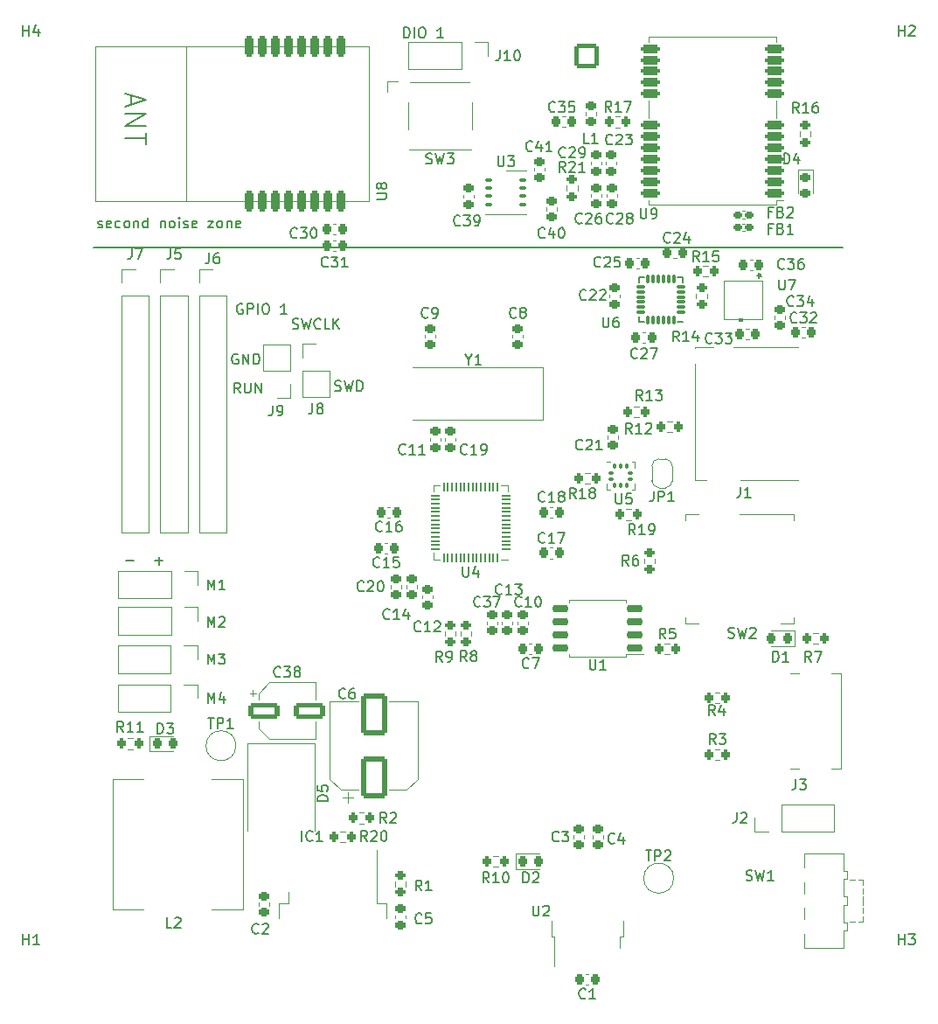
<source format=gbr>
%TF.GenerationSoftware,KiCad,Pcbnew,(6.0.7)*%
%TF.CreationDate,2023-04-27T18:42:04+08:00*%
%TF.ProjectId,Engineering 2023 UAV flight controller,456e6769-6e65-4657-9269-6e6720323032,1*%
%TF.SameCoordinates,Original*%
%TF.FileFunction,Legend,Top*%
%TF.FilePolarity,Positive*%
%FSLAX46Y46*%
G04 Gerber Fmt 4.6, Leading zero omitted, Abs format (unit mm)*
G04 Created by KiCad (PCBNEW (6.0.7)) date 2023-04-27 18:42:04*
%MOMM*%
%LPD*%
G01*
G04 APERTURE LIST*
G04 Aperture macros list*
%AMRoundRect*
0 Rectangle with rounded corners*
0 $1 Rounding radius*
0 $2 $3 $4 $5 $6 $7 $8 $9 X,Y pos of 4 corners*
0 Add a 4 corners polygon primitive as box body*
4,1,4,$2,$3,$4,$5,$6,$7,$8,$9,$2,$3,0*
0 Add four circle primitives for the rounded corners*
1,1,$1+$1,$2,$3*
1,1,$1+$1,$4,$5*
1,1,$1+$1,$6,$7*
1,1,$1+$1,$8,$9*
0 Add four rect primitives between the rounded corners*
20,1,$1+$1,$2,$3,$4,$5,0*
20,1,$1+$1,$4,$5,$6,$7,0*
20,1,$1+$1,$6,$7,$8,$9,0*
20,1,$1+$1,$8,$9,$2,$3,0*%
%AMFreePoly0*
4,1,22,0.500000,-0.750000,0.000000,-0.750000,0.000000,-0.745033,-0.079941,-0.743568,-0.215256,-0.701293,-0.333266,-0.622738,-0.424486,-0.514219,-0.481581,-0.384460,-0.499164,-0.250000,-0.500000,-0.250000,-0.500000,0.250000,-0.499164,0.250000,-0.499963,0.256109,-0.478152,0.396186,-0.417904,0.524511,-0.324060,0.630769,-0.204165,0.706417,-0.067858,0.745374,0.000000,0.744959,0.000000,0.750000,
0.500000,0.750000,0.500000,-0.750000,0.500000,-0.750000,$1*%
%AMFreePoly1*
4,1,20,0.000000,0.744959,0.073905,0.744508,0.209726,0.703889,0.328688,0.626782,0.421226,0.519385,0.479903,0.390333,0.500000,0.250000,0.500000,-0.250000,0.499851,-0.262216,0.476331,-0.402017,0.414519,-0.529596,0.319384,-0.634700,0.198574,-0.708877,0.061801,-0.746166,0.000000,-0.745033,0.000000,-0.750000,-0.500000,-0.750000,-0.500000,0.750000,0.000000,0.750000,0.000000,0.744959,
0.000000,0.744959,$1*%
G04 Aperture macros list end*
%ADD10C,0.150000*%
%ADD11C,0.120000*%
%ADD12C,0.100000*%
%ADD13R,3.300000X2.500000*%
%ADD14RoundRect,0.100000X-0.175000X-0.100000X0.175000X-0.100000X0.175000X0.100000X-0.175000X0.100000X0*%
%ADD15RoundRect,0.100000X-0.100000X-0.175000X0.100000X-0.175000X0.100000X0.175000X-0.100000X0.175000X0*%
%ADD16RoundRect,0.200000X-0.200000X-0.275000X0.200000X-0.275000X0.200000X0.275000X-0.200000X0.275000X0*%
%ADD17RoundRect,0.200000X0.275000X-0.200000X0.275000X0.200000X-0.275000X0.200000X-0.275000X-0.200000X0*%
%ADD18RoundRect,0.160000X0.222500X0.160000X-0.222500X0.160000X-0.222500X-0.160000X0.222500X-0.160000X0*%
%ADD19RoundRect,0.225000X-0.225000X0.775000X-0.225000X-0.775000X0.225000X-0.775000X0.225000X0.775000X0*%
%ADD20RoundRect,0.225000X-0.250000X0.225000X-0.250000X-0.225000X0.250000X-0.225000X0.250000X0.225000X0*%
%ADD21RoundRect,0.225000X0.250000X-0.225000X0.250000X0.225000X-0.250000X0.225000X-0.250000X-0.225000X0*%
%ADD22R,1.750000X0.700000*%
%ADD23R,1.000000X1.450000*%
%ADD24R,1.550000X1.000000*%
%ADD25R,1.500000X0.800000*%
%ADD26R,1.500000X1.300000*%
%ADD27R,1.400000X0.800000*%
%ADD28R,1.500000X1.500000*%
%ADD29R,1.700000X1.700000*%
%ADD30O,1.700000X1.700000*%
%ADD31R,1.100000X4.600000*%
%ADD32R,10.800000X9.400000*%
%ADD33RoundRect,0.225000X-0.225000X-0.250000X0.225000X-0.250000X0.225000X0.250000X-0.225000X0.250000X0*%
%ADD34RoundRect,0.218750X-0.218750X-0.256250X0.218750X-0.256250X0.218750X0.256250X-0.218750X0.256250X0*%
%ADD35RoundRect,0.225000X0.225000X0.250000X-0.225000X0.250000X-0.225000X-0.250000X0.225000X-0.250000X0*%
%ADD36R,1.200000X2.200000*%
%ADD37R,5.800000X6.400000*%
%ADD38RoundRect,0.150000X0.650000X0.150000X-0.650000X0.150000X-0.650000X-0.150000X0.650000X-0.150000X0*%
%ADD39RoundRect,0.200000X0.200000X0.275000X-0.200000X0.275000X-0.200000X-0.275000X0.200000X-0.275000X0*%
%ADD40RoundRect,0.075000X0.350000X0.075000X-0.350000X0.075000X-0.350000X-0.075000X0.350000X-0.075000X0*%
%ADD41RoundRect,0.075000X-0.075000X0.350000X-0.075000X-0.350000X0.075000X-0.350000X0.075000X0.350000X0*%
%ADD42C,0.800000*%
%ADD43C,6.400000*%
%ADD44RoundRect,0.218750X0.256250X-0.218750X0.256250X0.218750X-0.256250X0.218750X-0.256250X-0.218750X0*%
%ADD45R,1.600000X1.400000*%
%ADD46FreePoly0,90.000000*%
%ADD47FreePoly1,90.000000*%
%ADD48RoundRect,0.200000X0.700000X0.200000X-0.700000X0.200000X-0.700000X-0.200000X0.700000X-0.200000X0*%
%ADD49RoundRect,0.100000X-0.225000X-0.100000X0.225000X-0.100000X0.225000X0.100000X-0.225000X0.100000X0*%
%ADD50R,2.200000X3.000000*%
%ADD51R,5.400000X2.900000*%
%ADD52R,2.500000X1.200000*%
%ADD53C,2.500000*%
%ADD54RoundRect,0.250000X1.000000X-1.750000X1.000000X1.750000X-1.000000X1.750000X-1.000000X-1.750000X0*%
%ADD55R,2.000000X1.000000*%
%ADD56C,0.600000*%
%ADD57O,0.600000X0.850000*%
%ADD58R,1.000000X0.520000*%
%ADD59R,1.000000X0.270000*%
%ADD60O,2.300000X1.300000*%
%ADD61O,2.600000X1.300000*%
%ADD62RoundRect,0.218750X-0.256250X0.218750X-0.256250X-0.218750X0.256250X-0.218750X0.256250X0.218750X0*%
%ADD63RoundRect,0.050000X0.387500X0.050000X-0.387500X0.050000X-0.387500X-0.050000X0.387500X-0.050000X0*%
%ADD64RoundRect,0.050000X0.050000X0.387500X-0.050000X0.387500X-0.050000X-0.387500X0.050000X-0.387500X0*%
%ADD65R,3.200000X3.200000*%
%ADD66R,0.304800X0.457200*%
%ADD67R,0.457200X0.304800*%
%ADD68C,0.900000*%
%ADD69R,2.500000X1.250000*%
%ADD70R,4.500000X2.000000*%
%ADD71RoundRect,0.200000X-0.275000X0.200000X-0.275000X-0.200000X0.275000X-0.200000X0.275000X0.200000X0*%
%ADD72RoundRect,0.250000X-1.250000X-0.550000X1.250000X-0.550000X1.250000X0.550000X-1.250000X0.550000X0*%
%ADD73RoundRect,0.218750X0.218750X0.256250X-0.218750X0.256250X-0.218750X-0.256250X0.218750X-0.256250X0*%
%ADD74RoundRect,0.200100X0.949900X0.949900X-0.949900X0.949900X-0.949900X-0.949900X0.949900X-0.949900X0*%
G04 APERTURE END LIST*
D10*
X115500000Y-64750000D02*
X188000000Y-64750000D01*
X134738095Y-72604761D02*
X134880952Y-72652380D01*
X135119047Y-72652380D01*
X135214285Y-72604761D01*
X135261904Y-72557142D01*
X135309523Y-72461904D01*
X135309523Y-72366666D01*
X135261904Y-72271428D01*
X135214285Y-72223809D01*
X135119047Y-72176190D01*
X134928571Y-72128571D01*
X134833333Y-72080952D01*
X134785714Y-72033333D01*
X134738095Y-71938095D01*
X134738095Y-71842857D01*
X134785714Y-71747619D01*
X134833333Y-71700000D01*
X134928571Y-71652380D01*
X135166666Y-71652380D01*
X135309523Y-71700000D01*
X135642857Y-71652380D02*
X135880952Y-72652380D01*
X136071428Y-71938095D01*
X136261904Y-72652380D01*
X136500000Y-71652380D01*
X137452380Y-72557142D02*
X137404761Y-72604761D01*
X137261904Y-72652380D01*
X137166666Y-72652380D01*
X137023809Y-72604761D01*
X136928571Y-72509523D01*
X136880952Y-72414285D01*
X136833333Y-72223809D01*
X136833333Y-72080952D01*
X136880952Y-71890476D01*
X136928571Y-71795238D01*
X137023809Y-71700000D01*
X137166666Y-71652380D01*
X137261904Y-71652380D01*
X137404761Y-71700000D01*
X137452380Y-71747619D01*
X138357142Y-72652380D02*
X137880952Y-72652380D01*
X137880952Y-71652380D01*
X138690476Y-72652380D02*
X138690476Y-71652380D01*
X139261904Y-72652380D02*
X138833333Y-72080952D01*
X139261904Y-71652380D02*
X138690476Y-72223809D01*
X129661904Y-78852380D02*
X129328571Y-78376190D01*
X129090476Y-78852380D02*
X129090476Y-77852380D01*
X129471428Y-77852380D01*
X129566666Y-77900000D01*
X129614285Y-77947619D01*
X129661904Y-78042857D01*
X129661904Y-78185714D01*
X129614285Y-78280952D01*
X129566666Y-78328571D01*
X129471428Y-78376190D01*
X129090476Y-78376190D01*
X130090476Y-77852380D02*
X130090476Y-78661904D01*
X130138095Y-78757142D01*
X130185714Y-78804761D01*
X130280952Y-78852380D01*
X130471428Y-78852380D01*
X130566666Y-78804761D01*
X130614285Y-78757142D01*
X130661904Y-78661904D01*
X130661904Y-77852380D01*
X131138095Y-78852380D02*
X131138095Y-77852380D01*
X131709523Y-78852380D01*
X131709523Y-77852380D01*
X115895238Y-62804761D02*
X115990476Y-62852380D01*
X116180952Y-62852380D01*
X116276190Y-62804761D01*
X116323809Y-62709523D01*
X116323809Y-62661904D01*
X116276190Y-62566666D01*
X116180952Y-62519047D01*
X116038095Y-62519047D01*
X115942857Y-62471428D01*
X115895238Y-62376190D01*
X115895238Y-62328571D01*
X115942857Y-62233333D01*
X116038095Y-62185714D01*
X116180952Y-62185714D01*
X116276190Y-62233333D01*
X117133333Y-62804761D02*
X117038095Y-62852380D01*
X116847619Y-62852380D01*
X116752380Y-62804761D01*
X116704761Y-62709523D01*
X116704761Y-62328571D01*
X116752380Y-62233333D01*
X116847619Y-62185714D01*
X117038095Y-62185714D01*
X117133333Y-62233333D01*
X117180952Y-62328571D01*
X117180952Y-62423809D01*
X116704761Y-62519047D01*
X118038095Y-62804761D02*
X117942857Y-62852380D01*
X117752380Y-62852380D01*
X117657142Y-62804761D01*
X117609523Y-62757142D01*
X117561904Y-62661904D01*
X117561904Y-62376190D01*
X117609523Y-62280952D01*
X117657142Y-62233333D01*
X117752380Y-62185714D01*
X117942857Y-62185714D01*
X118038095Y-62233333D01*
X118609523Y-62852380D02*
X118514285Y-62804761D01*
X118466666Y-62757142D01*
X118419047Y-62661904D01*
X118419047Y-62376190D01*
X118466666Y-62280952D01*
X118514285Y-62233333D01*
X118609523Y-62185714D01*
X118752380Y-62185714D01*
X118847619Y-62233333D01*
X118895238Y-62280952D01*
X118942857Y-62376190D01*
X118942857Y-62661904D01*
X118895238Y-62757142D01*
X118847619Y-62804761D01*
X118752380Y-62852380D01*
X118609523Y-62852380D01*
X119371428Y-62185714D02*
X119371428Y-62852380D01*
X119371428Y-62280952D02*
X119419047Y-62233333D01*
X119514285Y-62185714D01*
X119657142Y-62185714D01*
X119752380Y-62233333D01*
X119800000Y-62328571D01*
X119800000Y-62852380D01*
X120704761Y-62852380D02*
X120704761Y-61852380D01*
X120704761Y-62804761D02*
X120609523Y-62852380D01*
X120419047Y-62852380D01*
X120323809Y-62804761D01*
X120276190Y-62757142D01*
X120228571Y-62661904D01*
X120228571Y-62376190D01*
X120276190Y-62280952D01*
X120323809Y-62233333D01*
X120419047Y-62185714D01*
X120609523Y-62185714D01*
X120704761Y-62233333D01*
X121942857Y-62185714D02*
X121942857Y-62852380D01*
X121942857Y-62280952D02*
X121990476Y-62233333D01*
X122085714Y-62185714D01*
X122228571Y-62185714D01*
X122323809Y-62233333D01*
X122371428Y-62328571D01*
X122371428Y-62852380D01*
X122990476Y-62852380D02*
X122895238Y-62804761D01*
X122847619Y-62757142D01*
X122800000Y-62661904D01*
X122800000Y-62376190D01*
X122847619Y-62280952D01*
X122895238Y-62233333D01*
X122990476Y-62185714D01*
X123133333Y-62185714D01*
X123228571Y-62233333D01*
X123276190Y-62280952D01*
X123323809Y-62376190D01*
X123323809Y-62661904D01*
X123276190Y-62757142D01*
X123228571Y-62804761D01*
X123133333Y-62852380D01*
X122990476Y-62852380D01*
X123752380Y-62852380D02*
X123752380Y-62185714D01*
X123752380Y-61852380D02*
X123704761Y-61900000D01*
X123752380Y-61947619D01*
X123800000Y-61900000D01*
X123752380Y-61852380D01*
X123752380Y-61947619D01*
X124180952Y-62804761D02*
X124276190Y-62852380D01*
X124466666Y-62852380D01*
X124561904Y-62804761D01*
X124609523Y-62709523D01*
X124609523Y-62661904D01*
X124561904Y-62566666D01*
X124466666Y-62519047D01*
X124323809Y-62519047D01*
X124228571Y-62471428D01*
X124180952Y-62376190D01*
X124180952Y-62328571D01*
X124228571Y-62233333D01*
X124323809Y-62185714D01*
X124466666Y-62185714D01*
X124561904Y-62233333D01*
X125419047Y-62804761D02*
X125323809Y-62852380D01*
X125133333Y-62852380D01*
X125038095Y-62804761D01*
X124990476Y-62709523D01*
X124990476Y-62328571D01*
X125038095Y-62233333D01*
X125133333Y-62185714D01*
X125323809Y-62185714D01*
X125419047Y-62233333D01*
X125466666Y-62328571D01*
X125466666Y-62423809D01*
X124990476Y-62519047D01*
X126561904Y-62185714D02*
X127085714Y-62185714D01*
X126561904Y-62852380D01*
X127085714Y-62852380D01*
X127609523Y-62852380D02*
X127514285Y-62804761D01*
X127466666Y-62757142D01*
X127419047Y-62661904D01*
X127419047Y-62376190D01*
X127466666Y-62280952D01*
X127514285Y-62233333D01*
X127609523Y-62185714D01*
X127752380Y-62185714D01*
X127847619Y-62233333D01*
X127895238Y-62280952D01*
X127942857Y-62376190D01*
X127942857Y-62661904D01*
X127895238Y-62757142D01*
X127847619Y-62804761D01*
X127752380Y-62852380D01*
X127609523Y-62852380D01*
X128371428Y-62185714D02*
X128371428Y-62852380D01*
X128371428Y-62280952D02*
X128419047Y-62233333D01*
X128514285Y-62185714D01*
X128657142Y-62185714D01*
X128752380Y-62233333D01*
X128800000Y-62328571D01*
X128800000Y-62852380D01*
X129657142Y-62804761D02*
X129561904Y-62852380D01*
X129371428Y-62852380D01*
X129276190Y-62804761D01*
X129228571Y-62709523D01*
X129228571Y-62328571D01*
X129276190Y-62233333D01*
X129371428Y-62185714D01*
X129561904Y-62185714D01*
X129657142Y-62233333D01*
X129704761Y-62328571D01*
X129704761Y-62423809D01*
X129228571Y-62519047D01*
X118594047Y-97671428D02*
X119355952Y-97671428D01*
X121419047Y-95071428D02*
X122180952Y-95071428D01*
X121800000Y-95452380D02*
X121800000Y-94690476D01*
X118619047Y-95071428D02*
X119380952Y-95071428D01*
X138842857Y-78604761D02*
X138985714Y-78652380D01*
X139223809Y-78652380D01*
X139319047Y-78604761D01*
X139366666Y-78557142D01*
X139414285Y-78461904D01*
X139414285Y-78366666D01*
X139366666Y-78271428D01*
X139319047Y-78223809D01*
X139223809Y-78176190D01*
X139033333Y-78128571D01*
X138938095Y-78080952D01*
X138890476Y-78033333D01*
X138842857Y-77938095D01*
X138842857Y-77842857D01*
X138890476Y-77747619D01*
X138938095Y-77700000D01*
X139033333Y-77652380D01*
X139271428Y-77652380D01*
X139414285Y-77700000D01*
X139747619Y-77652380D02*
X139985714Y-78652380D01*
X140176190Y-77938095D01*
X140366666Y-78652380D01*
X140604761Y-77652380D01*
X140985714Y-78652380D02*
X140985714Y-77652380D01*
X141223809Y-77652380D01*
X141366666Y-77700000D01*
X141461904Y-77795238D01*
X141509523Y-77890476D01*
X141557142Y-78080952D01*
X141557142Y-78223809D01*
X141509523Y-78414285D01*
X141461904Y-78509523D01*
X141366666Y-78604761D01*
X141223809Y-78652380D01*
X140985714Y-78652380D01*
X145519047Y-44452380D02*
X145519047Y-43452380D01*
X145757142Y-43452380D01*
X145900000Y-43500000D01*
X145995238Y-43595238D01*
X146042857Y-43690476D01*
X146090476Y-43880952D01*
X146090476Y-44023809D01*
X146042857Y-44214285D01*
X145995238Y-44309523D01*
X145900000Y-44404761D01*
X145757142Y-44452380D01*
X145519047Y-44452380D01*
X146519047Y-44452380D02*
X146519047Y-43452380D01*
X147185714Y-43452380D02*
X147376190Y-43452380D01*
X147471428Y-43500000D01*
X147566666Y-43595238D01*
X147614285Y-43785714D01*
X147614285Y-44119047D01*
X147566666Y-44309523D01*
X147471428Y-44404761D01*
X147376190Y-44452380D01*
X147185714Y-44452380D01*
X147090476Y-44404761D01*
X146995238Y-44309523D01*
X146947619Y-44119047D01*
X146947619Y-43785714D01*
X146995238Y-43595238D01*
X147090476Y-43500000D01*
X147185714Y-43452380D01*
X149328571Y-44452380D02*
X148757142Y-44452380D01*
X149042857Y-44452380D02*
X149042857Y-43452380D01*
X148947619Y-43595238D01*
X148852380Y-43690476D01*
X148757142Y-43738095D01*
X129438095Y-75100000D02*
X129342857Y-75052380D01*
X129200000Y-75052380D01*
X129057142Y-75100000D01*
X128961904Y-75195238D01*
X128914285Y-75290476D01*
X128866666Y-75480952D01*
X128866666Y-75623809D01*
X128914285Y-75814285D01*
X128961904Y-75909523D01*
X129057142Y-76004761D01*
X129200000Y-76052380D01*
X129295238Y-76052380D01*
X129438095Y-76004761D01*
X129485714Y-75957142D01*
X129485714Y-75623809D01*
X129295238Y-75623809D01*
X129914285Y-76052380D02*
X129914285Y-75052380D01*
X130485714Y-76052380D01*
X130485714Y-75052380D01*
X130961904Y-76052380D02*
X130961904Y-75052380D01*
X131200000Y-75052380D01*
X131342857Y-75100000D01*
X131438095Y-75195238D01*
X131485714Y-75290476D01*
X131533333Y-75480952D01*
X131533333Y-75623809D01*
X131485714Y-75814285D01*
X131438095Y-75909523D01*
X131342857Y-76004761D01*
X131200000Y-76052380D01*
X130961904Y-76052380D01*
X129892857Y-70250000D02*
X129797619Y-70202380D01*
X129654761Y-70202380D01*
X129511904Y-70250000D01*
X129416666Y-70345238D01*
X129369047Y-70440476D01*
X129321428Y-70630952D01*
X129321428Y-70773809D01*
X129369047Y-70964285D01*
X129416666Y-71059523D01*
X129511904Y-71154761D01*
X129654761Y-71202380D01*
X129750000Y-71202380D01*
X129892857Y-71154761D01*
X129940476Y-71107142D01*
X129940476Y-70773809D01*
X129750000Y-70773809D01*
X130369047Y-71202380D02*
X130369047Y-70202380D01*
X130750000Y-70202380D01*
X130845238Y-70250000D01*
X130892857Y-70297619D01*
X130940476Y-70392857D01*
X130940476Y-70535714D01*
X130892857Y-70630952D01*
X130845238Y-70678571D01*
X130750000Y-70726190D01*
X130369047Y-70726190D01*
X131369047Y-71202380D02*
X131369047Y-70202380D01*
X132035714Y-70202380D02*
X132226190Y-70202380D01*
X132321428Y-70250000D01*
X132416666Y-70345238D01*
X132464285Y-70535714D01*
X132464285Y-70869047D01*
X132416666Y-71059523D01*
X132321428Y-71154761D01*
X132226190Y-71202380D01*
X132035714Y-71202380D01*
X131940476Y-71154761D01*
X131845238Y-71059523D01*
X131797619Y-70869047D01*
X131797619Y-70535714D01*
X131845238Y-70345238D01*
X131940476Y-70250000D01*
X132035714Y-70202380D01*
X134178571Y-71202380D02*
X133607142Y-71202380D01*
X133892857Y-71202380D02*
X133892857Y-70202380D01*
X133797619Y-70345238D01*
X133702380Y-70440476D01*
X133607142Y-70488095D01*
X121344047Y-97671428D02*
X122105952Y-97671428D01*
X121725000Y-98052380D02*
X121725000Y-97290476D01*
%TO.C,D5*%
X138152380Y-118338095D02*
X137152380Y-118338095D01*
X137152380Y-118100000D01*
X137200000Y-117957142D01*
X137295238Y-117861904D01*
X137390476Y-117814285D01*
X137580952Y-117766666D01*
X137723809Y-117766666D01*
X137914285Y-117814285D01*
X138009523Y-117861904D01*
X138104761Y-117957142D01*
X138152380Y-118100000D01*
X138152380Y-118338095D01*
X137152380Y-116861904D02*
X137152380Y-117338095D01*
X137628571Y-117385714D01*
X137580952Y-117338095D01*
X137533333Y-117242857D01*
X137533333Y-117004761D01*
X137580952Y-116909523D01*
X137628571Y-116861904D01*
X137723809Y-116814285D01*
X137961904Y-116814285D01*
X138057142Y-116861904D01*
X138104761Y-116909523D01*
X138152380Y-117004761D01*
X138152380Y-117242857D01*
X138104761Y-117338095D01*
X138057142Y-117385714D01*
%TO.C,U5*%
X166038095Y-88577380D02*
X166038095Y-89386904D01*
X166085714Y-89482142D01*
X166133333Y-89529761D01*
X166228571Y-89577380D01*
X166419047Y-89577380D01*
X166514285Y-89529761D01*
X166561904Y-89482142D01*
X166609523Y-89386904D01*
X166609523Y-88577380D01*
X167561904Y-88577380D02*
X167085714Y-88577380D01*
X167038095Y-89053571D01*
X167085714Y-89005952D01*
X167180952Y-88958333D01*
X167419047Y-88958333D01*
X167514285Y-89005952D01*
X167561904Y-89053571D01*
X167609523Y-89148809D01*
X167609523Y-89386904D01*
X167561904Y-89482142D01*
X167514285Y-89529761D01*
X167419047Y-89577380D01*
X167180952Y-89577380D01*
X167085714Y-89529761D01*
X167038095Y-89482142D01*
%TO.C,R3*%
X175708333Y-112852380D02*
X175375000Y-112376190D01*
X175136904Y-112852380D02*
X175136904Y-111852380D01*
X175517857Y-111852380D01*
X175613095Y-111900000D01*
X175660714Y-111947619D01*
X175708333Y-112042857D01*
X175708333Y-112185714D01*
X175660714Y-112280952D01*
X175613095Y-112328571D01*
X175517857Y-112376190D01*
X175136904Y-112376190D01*
X176041666Y-111852380D02*
X176660714Y-111852380D01*
X176327380Y-112233333D01*
X176470238Y-112233333D01*
X176565476Y-112280952D01*
X176613095Y-112328571D01*
X176660714Y-112423809D01*
X176660714Y-112661904D01*
X176613095Y-112757142D01*
X176565476Y-112804761D01*
X176470238Y-112852380D01*
X176184523Y-112852380D01*
X176089285Y-112804761D01*
X176041666Y-112757142D01*
%TO.C,R16*%
X183757142Y-51702380D02*
X183423809Y-51226190D01*
X183185714Y-51702380D02*
X183185714Y-50702380D01*
X183566666Y-50702380D01*
X183661904Y-50750000D01*
X183709523Y-50797619D01*
X183757142Y-50892857D01*
X183757142Y-51035714D01*
X183709523Y-51130952D01*
X183661904Y-51178571D01*
X183566666Y-51226190D01*
X183185714Y-51226190D01*
X184709523Y-51702380D02*
X184138095Y-51702380D01*
X184423809Y-51702380D02*
X184423809Y-50702380D01*
X184328571Y-50845238D01*
X184233333Y-50940476D01*
X184138095Y-50988095D01*
X185566666Y-50702380D02*
X185376190Y-50702380D01*
X185280952Y-50750000D01*
X185233333Y-50797619D01*
X185138095Y-50940476D01*
X185090476Y-51130952D01*
X185090476Y-51511904D01*
X185138095Y-51607142D01*
X185185714Y-51654761D01*
X185280952Y-51702380D01*
X185471428Y-51702380D01*
X185566666Y-51654761D01*
X185614285Y-51607142D01*
X185661904Y-51511904D01*
X185661904Y-51273809D01*
X185614285Y-51178571D01*
X185566666Y-51130952D01*
X185471428Y-51083333D01*
X185280952Y-51083333D01*
X185185714Y-51130952D01*
X185138095Y-51178571D01*
X185090476Y-51273809D01*
%TO.C,FB1*%
X181166666Y-62928571D02*
X180833333Y-62928571D01*
X180833333Y-63452380D02*
X180833333Y-62452380D01*
X181309523Y-62452380D01*
X182023809Y-62928571D02*
X182166666Y-62976190D01*
X182214285Y-63023809D01*
X182261904Y-63119047D01*
X182261904Y-63261904D01*
X182214285Y-63357142D01*
X182166666Y-63404761D01*
X182071428Y-63452380D01*
X181690476Y-63452380D01*
X181690476Y-62452380D01*
X182023809Y-62452380D01*
X182119047Y-62500000D01*
X182166666Y-62547619D01*
X182214285Y-62642857D01*
X182214285Y-62738095D01*
X182166666Y-62833333D01*
X182119047Y-62880952D01*
X182023809Y-62928571D01*
X181690476Y-62928571D01*
X183214285Y-63452380D02*
X182642857Y-63452380D01*
X182928571Y-63452380D02*
X182928571Y-62452380D01*
X182833333Y-62595238D01*
X182738095Y-62690476D01*
X182642857Y-62738095D01*
%TO.C,U8*%
X142862380Y-60061904D02*
X143671904Y-60061904D01*
X143767142Y-60014285D01*
X143814761Y-59966666D01*
X143862380Y-59871428D01*
X143862380Y-59680952D01*
X143814761Y-59585714D01*
X143767142Y-59538095D01*
X143671904Y-59490476D01*
X142862380Y-59490476D01*
X143290952Y-58871428D02*
X143243333Y-58966666D01*
X143195714Y-59014285D01*
X143100476Y-59061904D01*
X143052857Y-59061904D01*
X142957619Y-59014285D01*
X142910000Y-58966666D01*
X142862380Y-58871428D01*
X142862380Y-58680952D01*
X142910000Y-58585714D01*
X142957619Y-58538095D01*
X143052857Y-58490476D01*
X143100476Y-58490476D01*
X143195714Y-58538095D01*
X143243333Y-58585714D01*
X143290952Y-58680952D01*
X143290952Y-58871428D01*
X143338571Y-58966666D01*
X143386190Y-59014285D01*
X143481428Y-59061904D01*
X143671904Y-59061904D01*
X143767142Y-59014285D01*
X143814761Y-58966666D01*
X143862380Y-58871428D01*
X143862380Y-58680952D01*
X143814761Y-58585714D01*
X143767142Y-58538095D01*
X143671904Y-58490476D01*
X143481428Y-58490476D01*
X143386190Y-58538095D01*
X143338571Y-58585714D01*
X143290952Y-58680952D01*
X119076666Y-50014285D02*
X119076666Y-50966666D01*
X118505238Y-49823809D02*
X120505238Y-50490476D01*
X118505238Y-51157142D01*
X118505238Y-51823809D02*
X120505238Y-51823809D01*
X118505238Y-52966666D01*
X120505238Y-52966666D01*
X120505238Y-53633333D02*
X120505238Y-54776190D01*
X118505238Y-54204761D02*
X120505238Y-54204761D01*
%TO.C,C21*%
X162807142Y-84257142D02*
X162759523Y-84304761D01*
X162616666Y-84352380D01*
X162521428Y-84352380D01*
X162378571Y-84304761D01*
X162283333Y-84209523D01*
X162235714Y-84114285D01*
X162188095Y-83923809D01*
X162188095Y-83780952D01*
X162235714Y-83590476D01*
X162283333Y-83495238D01*
X162378571Y-83400000D01*
X162521428Y-83352380D01*
X162616666Y-83352380D01*
X162759523Y-83400000D01*
X162807142Y-83447619D01*
X163188095Y-83447619D02*
X163235714Y-83400000D01*
X163330952Y-83352380D01*
X163569047Y-83352380D01*
X163664285Y-83400000D01*
X163711904Y-83447619D01*
X163759523Y-83542857D01*
X163759523Y-83638095D01*
X163711904Y-83780952D01*
X163140476Y-84352380D01*
X163759523Y-84352380D01*
X164711904Y-84352380D02*
X164140476Y-84352380D01*
X164426190Y-84352380D02*
X164426190Y-83352380D01*
X164330952Y-83495238D01*
X164235714Y-83590476D01*
X164140476Y-83638095D01*
%TO.C,C23*%
X165707142Y-54707142D02*
X165659523Y-54754761D01*
X165516666Y-54802380D01*
X165421428Y-54802380D01*
X165278571Y-54754761D01*
X165183333Y-54659523D01*
X165135714Y-54564285D01*
X165088095Y-54373809D01*
X165088095Y-54230952D01*
X165135714Y-54040476D01*
X165183333Y-53945238D01*
X165278571Y-53850000D01*
X165421428Y-53802380D01*
X165516666Y-53802380D01*
X165659523Y-53850000D01*
X165707142Y-53897619D01*
X166088095Y-53897619D02*
X166135714Y-53850000D01*
X166230952Y-53802380D01*
X166469047Y-53802380D01*
X166564285Y-53850000D01*
X166611904Y-53897619D01*
X166659523Y-53992857D01*
X166659523Y-54088095D01*
X166611904Y-54230952D01*
X166040476Y-54802380D01*
X166659523Y-54802380D01*
X166992857Y-53802380D02*
X167611904Y-53802380D01*
X167278571Y-54183333D01*
X167421428Y-54183333D01*
X167516666Y-54230952D01*
X167564285Y-54278571D01*
X167611904Y-54373809D01*
X167611904Y-54611904D01*
X167564285Y-54707142D01*
X167516666Y-54754761D01*
X167421428Y-54802380D01*
X167135714Y-54802380D01*
X167040476Y-54754761D01*
X166992857Y-54707142D01*
%TO.C,J1*%
X178116666Y-87952380D02*
X178116666Y-88666666D01*
X178069047Y-88809523D01*
X177973809Y-88904761D01*
X177830952Y-88952380D01*
X177735714Y-88952380D01*
X179116666Y-88952380D02*
X178545238Y-88952380D01*
X178830952Y-88952380D02*
X178830952Y-87952380D01*
X178735714Y-88095238D01*
X178640476Y-88190476D01*
X178545238Y-88238095D01*
%TO.C,M3*%
X126515476Y-105102380D02*
X126515476Y-104102380D01*
X126848809Y-104816666D01*
X127182142Y-104102380D01*
X127182142Y-105102380D01*
X127563095Y-104102380D02*
X128182142Y-104102380D01*
X127848809Y-104483333D01*
X127991666Y-104483333D01*
X128086904Y-104530952D01*
X128134523Y-104578571D01*
X128182142Y-104673809D01*
X128182142Y-104911904D01*
X128134523Y-105007142D01*
X128086904Y-105054761D01*
X127991666Y-105102380D01*
X127705952Y-105102380D01*
X127610714Y-105054761D01*
X127563095Y-105007142D01*
%TO.C,IC1*%
X135623809Y-122252380D02*
X135623809Y-121252380D01*
X136671428Y-122157142D02*
X136623809Y-122204761D01*
X136480952Y-122252380D01*
X136385714Y-122252380D01*
X136242857Y-122204761D01*
X136147619Y-122109523D01*
X136100000Y-122014285D01*
X136052380Y-121823809D01*
X136052380Y-121680952D01*
X136100000Y-121490476D01*
X136147619Y-121395238D01*
X136242857Y-121300000D01*
X136385714Y-121252380D01*
X136480952Y-121252380D01*
X136623809Y-121300000D01*
X136671428Y-121347619D01*
X137623809Y-122252380D02*
X137052380Y-122252380D01*
X137338095Y-122252380D02*
X137338095Y-121252380D01*
X137242857Y-121395238D01*
X137147619Y-121490476D01*
X137052380Y-121538095D01*
%TO.C,J8*%
X136666666Y-79852380D02*
X136666666Y-80566666D01*
X136619047Y-80709523D01*
X136523809Y-80804761D01*
X136380952Y-80852380D01*
X136285714Y-80852380D01*
X137285714Y-80280952D02*
X137190476Y-80233333D01*
X137142857Y-80185714D01*
X137095238Y-80090476D01*
X137095238Y-80042857D01*
X137142857Y-79947619D01*
X137190476Y-79900000D01*
X137285714Y-79852380D01*
X137476190Y-79852380D01*
X137571428Y-79900000D01*
X137619047Y-79947619D01*
X137666666Y-80042857D01*
X137666666Y-80090476D01*
X137619047Y-80185714D01*
X137571428Y-80233333D01*
X137476190Y-80280952D01*
X137285714Y-80280952D01*
X137190476Y-80328571D01*
X137142857Y-80376190D01*
X137095238Y-80471428D01*
X137095238Y-80661904D01*
X137142857Y-80757142D01*
X137190476Y-80804761D01*
X137285714Y-80852380D01*
X137476190Y-80852380D01*
X137571428Y-80804761D01*
X137619047Y-80757142D01*
X137666666Y-80661904D01*
X137666666Y-80471428D01*
X137619047Y-80376190D01*
X137571428Y-80328571D01*
X137476190Y-80280952D01*
%TO.C,C17*%
X159157142Y-93277142D02*
X159109523Y-93324761D01*
X158966666Y-93372380D01*
X158871428Y-93372380D01*
X158728571Y-93324761D01*
X158633333Y-93229523D01*
X158585714Y-93134285D01*
X158538095Y-92943809D01*
X158538095Y-92800952D01*
X158585714Y-92610476D01*
X158633333Y-92515238D01*
X158728571Y-92420000D01*
X158871428Y-92372380D01*
X158966666Y-92372380D01*
X159109523Y-92420000D01*
X159157142Y-92467619D01*
X160109523Y-93372380D02*
X159538095Y-93372380D01*
X159823809Y-93372380D02*
X159823809Y-92372380D01*
X159728571Y-92515238D01*
X159633333Y-92610476D01*
X159538095Y-92658095D01*
X160442857Y-92372380D02*
X161109523Y-92372380D01*
X160680952Y-93372380D01*
%TO.C,J6*%
X126666666Y-65297380D02*
X126666666Y-66011666D01*
X126619047Y-66154523D01*
X126523809Y-66249761D01*
X126380952Y-66297380D01*
X126285714Y-66297380D01*
X127571428Y-65297380D02*
X127380952Y-65297380D01*
X127285714Y-65345000D01*
X127238095Y-65392619D01*
X127142857Y-65535476D01*
X127095238Y-65725952D01*
X127095238Y-66106904D01*
X127142857Y-66202142D01*
X127190476Y-66249761D01*
X127285714Y-66297380D01*
X127476190Y-66297380D01*
X127571428Y-66249761D01*
X127619047Y-66202142D01*
X127666666Y-66106904D01*
X127666666Y-65868809D01*
X127619047Y-65773571D01*
X127571428Y-65725952D01*
X127476190Y-65678333D01*
X127285714Y-65678333D01*
X127190476Y-65725952D01*
X127142857Y-65773571D01*
X127095238Y-65868809D01*
%TO.C,D2*%
X157061904Y-126252380D02*
X157061904Y-125252380D01*
X157300000Y-125252380D01*
X157442857Y-125300000D01*
X157538095Y-125395238D01*
X157585714Y-125490476D01*
X157633333Y-125680952D01*
X157633333Y-125823809D01*
X157585714Y-126014285D01*
X157538095Y-126109523D01*
X157442857Y-126204761D01*
X157300000Y-126252380D01*
X157061904Y-126252380D01*
X158014285Y-125347619D02*
X158061904Y-125300000D01*
X158157142Y-125252380D01*
X158395238Y-125252380D01*
X158490476Y-125300000D01*
X158538095Y-125347619D01*
X158585714Y-125442857D01*
X158585714Y-125538095D01*
X158538095Y-125680952D01*
X157966666Y-126252380D01*
X158585714Y-126252380D01*
%TO.C,C11*%
X145657142Y-84707142D02*
X145609523Y-84754761D01*
X145466666Y-84802380D01*
X145371428Y-84802380D01*
X145228571Y-84754761D01*
X145133333Y-84659523D01*
X145085714Y-84564285D01*
X145038095Y-84373809D01*
X145038095Y-84230952D01*
X145085714Y-84040476D01*
X145133333Y-83945238D01*
X145228571Y-83850000D01*
X145371428Y-83802380D01*
X145466666Y-83802380D01*
X145609523Y-83850000D01*
X145657142Y-83897619D01*
X146609523Y-84802380D02*
X146038095Y-84802380D01*
X146323809Y-84802380D02*
X146323809Y-83802380D01*
X146228571Y-83945238D01*
X146133333Y-84040476D01*
X146038095Y-84088095D01*
X147561904Y-84802380D02*
X146990476Y-84802380D01*
X147276190Y-84802380D02*
X147276190Y-83802380D01*
X147180952Y-83945238D01*
X147085714Y-84040476D01*
X146990476Y-84088095D01*
%TO.C,C31*%
X138157142Y-66557142D02*
X138109523Y-66604761D01*
X137966666Y-66652380D01*
X137871428Y-66652380D01*
X137728571Y-66604761D01*
X137633333Y-66509523D01*
X137585714Y-66414285D01*
X137538095Y-66223809D01*
X137538095Y-66080952D01*
X137585714Y-65890476D01*
X137633333Y-65795238D01*
X137728571Y-65700000D01*
X137871428Y-65652380D01*
X137966666Y-65652380D01*
X138109523Y-65700000D01*
X138157142Y-65747619D01*
X138490476Y-65652380D02*
X139109523Y-65652380D01*
X138776190Y-66033333D01*
X138919047Y-66033333D01*
X139014285Y-66080952D01*
X139061904Y-66128571D01*
X139109523Y-66223809D01*
X139109523Y-66461904D01*
X139061904Y-66557142D01*
X139014285Y-66604761D01*
X138919047Y-66652380D01*
X138633333Y-66652380D01*
X138538095Y-66604761D01*
X138490476Y-66557142D01*
X140061904Y-66652380D02*
X139490476Y-66652380D01*
X139776190Y-66652380D02*
X139776190Y-65652380D01*
X139680952Y-65795238D01*
X139585714Y-65890476D01*
X139490476Y-65938095D01*
%TO.C,C28*%
X165757142Y-62357142D02*
X165709523Y-62404761D01*
X165566666Y-62452380D01*
X165471428Y-62452380D01*
X165328571Y-62404761D01*
X165233333Y-62309523D01*
X165185714Y-62214285D01*
X165138095Y-62023809D01*
X165138095Y-61880952D01*
X165185714Y-61690476D01*
X165233333Y-61595238D01*
X165328571Y-61500000D01*
X165471428Y-61452380D01*
X165566666Y-61452380D01*
X165709523Y-61500000D01*
X165757142Y-61547619D01*
X166138095Y-61547619D02*
X166185714Y-61500000D01*
X166280952Y-61452380D01*
X166519047Y-61452380D01*
X166614285Y-61500000D01*
X166661904Y-61547619D01*
X166709523Y-61642857D01*
X166709523Y-61738095D01*
X166661904Y-61880952D01*
X166090476Y-62452380D01*
X166709523Y-62452380D01*
X167280952Y-61880952D02*
X167185714Y-61833333D01*
X167138095Y-61785714D01*
X167090476Y-61690476D01*
X167090476Y-61642857D01*
X167138095Y-61547619D01*
X167185714Y-61500000D01*
X167280952Y-61452380D01*
X167471428Y-61452380D01*
X167566666Y-61500000D01*
X167614285Y-61547619D01*
X167661904Y-61642857D01*
X167661904Y-61690476D01*
X167614285Y-61785714D01*
X167566666Y-61833333D01*
X167471428Y-61880952D01*
X167280952Y-61880952D01*
X167185714Y-61928571D01*
X167138095Y-61976190D01*
X167090476Y-62071428D01*
X167090476Y-62261904D01*
X167138095Y-62357142D01*
X167185714Y-62404761D01*
X167280952Y-62452380D01*
X167471428Y-62452380D01*
X167566666Y-62404761D01*
X167614285Y-62357142D01*
X167661904Y-62261904D01*
X167661904Y-62071428D01*
X167614285Y-61976190D01*
X167566666Y-61928571D01*
X167471428Y-61880952D01*
%TO.C,C40*%
X159157142Y-63757142D02*
X159109523Y-63804761D01*
X158966666Y-63852380D01*
X158871428Y-63852380D01*
X158728571Y-63804761D01*
X158633333Y-63709523D01*
X158585714Y-63614285D01*
X158538095Y-63423809D01*
X158538095Y-63280952D01*
X158585714Y-63090476D01*
X158633333Y-62995238D01*
X158728571Y-62900000D01*
X158871428Y-62852380D01*
X158966666Y-62852380D01*
X159109523Y-62900000D01*
X159157142Y-62947619D01*
X160014285Y-63185714D02*
X160014285Y-63852380D01*
X159776190Y-62804761D02*
X159538095Y-63519047D01*
X160157142Y-63519047D01*
X160728571Y-62852380D02*
X160823809Y-62852380D01*
X160919047Y-62900000D01*
X160966666Y-62947619D01*
X161014285Y-63042857D01*
X161061904Y-63233333D01*
X161061904Y-63471428D01*
X161014285Y-63661904D01*
X160966666Y-63757142D01*
X160919047Y-63804761D01*
X160823809Y-63852380D01*
X160728571Y-63852380D01*
X160633333Y-63804761D01*
X160585714Y-63757142D01*
X160538095Y-63661904D01*
X160490476Y-63471428D01*
X160490476Y-63233333D01*
X160538095Y-63042857D01*
X160585714Y-62947619D01*
X160633333Y-62900000D01*
X160728571Y-62852380D01*
%TO.C,R9*%
X149233333Y-104852380D02*
X148900000Y-104376190D01*
X148661904Y-104852380D02*
X148661904Y-103852380D01*
X149042857Y-103852380D01*
X149138095Y-103900000D01*
X149185714Y-103947619D01*
X149233333Y-104042857D01*
X149233333Y-104185714D01*
X149185714Y-104280952D01*
X149138095Y-104328571D01*
X149042857Y-104376190D01*
X148661904Y-104376190D01*
X149709523Y-104852380D02*
X149900000Y-104852380D01*
X149995238Y-104804761D01*
X150042857Y-104757142D01*
X150138095Y-104614285D01*
X150185714Y-104423809D01*
X150185714Y-104042857D01*
X150138095Y-103947619D01*
X150090476Y-103900000D01*
X149995238Y-103852380D01*
X149804761Y-103852380D01*
X149709523Y-103900000D01*
X149661904Y-103947619D01*
X149614285Y-104042857D01*
X149614285Y-104280952D01*
X149661904Y-104376190D01*
X149709523Y-104423809D01*
X149804761Y-104471428D01*
X149995238Y-104471428D01*
X150090476Y-104423809D01*
X150138095Y-104376190D01*
X150185714Y-104280952D01*
%TO.C,U2*%
X158013095Y-128477380D02*
X158013095Y-129286904D01*
X158060714Y-129382142D01*
X158108333Y-129429761D01*
X158203571Y-129477380D01*
X158394047Y-129477380D01*
X158489285Y-129429761D01*
X158536904Y-129382142D01*
X158584523Y-129286904D01*
X158584523Y-128477380D01*
X159013095Y-128572619D02*
X159060714Y-128525000D01*
X159155952Y-128477380D01*
X159394047Y-128477380D01*
X159489285Y-128525000D01*
X159536904Y-128572619D01*
X159584523Y-128667857D01*
X159584523Y-128763095D01*
X159536904Y-128905952D01*
X158965476Y-129477380D01*
X159584523Y-129477380D01*
%TO.C,U1*%
X163513095Y-104637380D02*
X163513095Y-105446904D01*
X163560714Y-105542142D01*
X163608333Y-105589761D01*
X163703571Y-105637380D01*
X163894047Y-105637380D01*
X163989285Y-105589761D01*
X164036904Y-105542142D01*
X164084523Y-105446904D01*
X164084523Y-104637380D01*
X165084523Y-105637380D02*
X164513095Y-105637380D01*
X164798809Y-105637380D02*
X164798809Y-104637380D01*
X164703571Y-104780238D01*
X164608333Y-104875476D01*
X164513095Y-104923095D01*
%TO.C,R2*%
X143833333Y-120452380D02*
X143500000Y-119976190D01*
X143261904Y-120452380D02*
X143261904Y-119452380D01*
X143642857Y-119452380D01*
X143738095Y-119500000D01*
X143785714Y-119547619D01*
X143833333Y-119642857D01*
X143833333Y-119785714D01*
X143785714Y-119880952D01*
X143738095Y-119928571D01*
X143642857Y-119976190D01*
X143261904Y-119976190D01*
X144214285Y-119547619D02*
X144261904Y-119500000D01*
X144357142Y-119452380D01*
X144595238Y-119452380D01*
X144690476Y-119500000D01*
X144738095Y-119547619D01*
X144785714Y-119642857D01*
X144785714Y-119738095D01*
X144738095Y-119880952D01*
X144166666Y-120452380D01*
X144785714Y-120452380D01*
%TO.C,U6*%
X164788095Y-71502380D02*
X164788095Y-72311904D01*
X164835714Y-72407142D01*
X164883333Y-72454761D01*
X164978571Y-72502380D01*
X165169047Y-72502380D01*
X165264285Y-72454761D01*
X165311904Y-72407142D01*
X165359523Y-72311904D01*
X165359523Y-71502380D01*
X166264285Y-71502380D02*
X166073809Y-71502380D01*
X165978571Y-71550000D01*
X165930952Y-71597619D01*
X165835714Y-71740476D01*
X165788095Y-71930952D01*
X165788095Y-72311904D01*
X165835714Y-72407142D01*
X165883333Y-72454761D01*
X165978571Y-72502380D01*
X166169047Y-72502380D01*
X166264285Y-72454761D01*
X166311904Y-72407142D01*
X166359523Y-72311904D01*
X166359523Y-72073809D01*
X166311904Y-71978571D01*
X166264285Y-71930952D01*
X166169047Y-71883333D01*
X165978571Y-71883333D01*
X165883333Y-71930952D01*
X165835714Y-71978571D01*
X165788095Y-72073809D01*
%TO.C,H2*%
X193438095Y-44252380D02*
X193438095Y-43252380D01*
X193438095Y-43728571D02*
X194009523Y-43728571D01*
X194009523Y-44252380D02*
X194009523Y-43252380D01*
X194438095Y-43347619D02*
X194485714Y-43300000D01*
X194580952Y-43252380D01*
X194819047Y-43252380D01*
X194914285Y-43300000D01*
X194961904Y-43347619D01*
X195009523Y-43442857D01*
X195009523Y-43538095D01*
X194961904Y-43680952D01*
X194390476Y-44252380D01*
X195009523Y-44252380D01*
%TO.C,R7*%
X184958333Y-104852380D02*
X184625000Y-104376190D01*
X184386904Y-104852380D02*
X184386904Y-103852380D01*
X184767857Y-103852380D01*
X184863095Y-103900000D01*
X184910714Y-103947619D01*
X184958333Y-104042857D01*
X184958333Y-104185714D01*
X184910714Y-104280952D01*
X184863095Y-104328571D01*
X184767857Y-104376190D01*
X184386904Y-104376190D01*
X185291666Y-103852380D02*
X185958333Y-103852380D01*
X185529761Y-104852380D01*
%TO.C,H1*%
X108638095Y-132252380D02*
X108638095Y-131252380D01*
X108638095Y-131728571D02*
X109209523Y-131728571D01*
X109209523Y-132252380D02*
X109209523Y-131252380D01*
X110209523Y-132252380D02*
X109638095Y-132252380D01*
X109923809Y-132252380D02*
X109923809Y-131252380D01*
X109828571Y-131395238D01*
X109733333Y-131490476D01*
X109638095Y-131538095D01*
%TO.C,R21*%
X161157142Y-57452380D02*
X160823809Y-56976190D01*
X160585714Y-57452380D02*
X160585714Y-56452380D01*
X160966666Y-56452380D01*
X161061904Y-56500000D01*
X161109523Y-56547619D01*
X161157142Y-56642857D01*
X161157142Y-56785714D01*
X161109523Y-56880952D01*
X161061904Y-56928571D01*
X160966666Y-56976190D01*
X160585714Y-56976190D01*
X161538095Y-56547619D02*
X161585714Y-56500000D01*
X161680952Y-56452380D01*
X161919047Y-56452380D01*
X162014285Y-56500000D01*
X162061904Y-56547619D01*
X162109523Y-56642857D01*
X162109523Y-56738095D01*
X162061904Y-56880952D01*
X161490476Y-57452380D01*
X162109523Y-57452380D01*
X163061904Y-57452380D02*
X162490476Y-57452380D01*
X162776190Y-57452380D02*
X162776190Y-56452380D01*
X162680952Y-56595238D01*
X162585714Y-56690476D01*
X162490476Y-56738095D01*
%TO.C,J7*%
X119166666Y-64872380D02*
X119166666Y-65586666D01*
X119119047Y-65729523D01*
X119023809Y-65824761D01*
X118880952Y-65872380D01*
X118785714Y-65872380D01*
X119547619Y-64872380D02*
X120214285Y-64872380D01*
X119785714Y-65872380D01*
%TO.C,H4*%
X108638095Y-44252380D02*
X108638095Y-43252380D01*
X108638095Y-43728571D02*
X109209523Y-43728571D01*
X109209523Y-44252380D02*
X109209523Y-43252380D01*
X110114285Y-43585714D02*
X110114285Y-44252380D01*
X109876190Y-43204761D02*
X109638095Y-43919047D01*
X110257142Y-43919047D01*
%TO.C,L1*%
X163433333Y-54652380D02*
X162957142Y-54652380D01*
X162957142Y-53652380D01*
X164290476Y-54652380D02*
X163719047Y-54652380D01*
X164004761Y-54652380D02*
X164004761Y-53652380D01*
X163909523Y-53795238D01*
X163814285Y-53890476D01*
X163719047Y-53938095D01*
%TO.C,C22*%
X163157142Y-69757142D02*
X163109523Y-69804761D01*
X162966666Y-69852380D01*
X162871428Y-69852380D01*
X162728571Y-69804761D01*
X162633333Y-69709523D01*
X162585714Y-69614285D01*
X162538095Y-69423809D01*
X162538095Y-69280952D01*
X162585714Y-69090476D01*
X162633333Y-68995238D01*
X162728571Y-68900000D01*
X162871428Y-68852380D01*
X162966666Y-68852380D01*
X163109523Y-68900000D01*
X163157142Y-68947619D01*
X163538095Y-68947619D02*
X163585714Y-68900000D01*
X163680952Y-68852380D01*
X163919047Y-68852380D01*
X164014285Y-68900000D01*
X164061904Y-68947619D01*
X164109523Y-69042857D01*
X164109523Y-69138095D01*
X164061904Y-69280952D01*
X163490476Y-69852380D01*
X164109523Y-69852380D01*
X164490476Y-68947619D02*
X164538095Y-68900000D01*
X164633333Y-68852380D01*
X164871428Y-68852380D01*
X164966666Y-68900000D01*
X165014285Y-68947619D01*
X165061904Y-69042857D01*
X165061904Y-69138095D01*
X165014285Y-69280952D01*
X164442857Y-69852380D01*
X165061904Y-69852380D01*
%TO.C,SW3*%
X147666666Y-56604761D02*
X147809523Y-56652380D01*
X148047619Y-56652380D01*
X148142857Y-56604761D01*
X148190476Y-56557142D01*
X148238095Y-56461904D01*
X148238095Y-56366666D01*
X148190476Y-56271428D01*
X148142857Y-56223809D01*
X148047619Y-56176190D01*
X147857142Y-56128571D01*
X147761904Y-56080952D01*
X147714285Y-56033333D01*
X147666666Y-55938095D01*
X147666666Y-55842857D01*
X147714285Y-55747619D01*
X147761904Y-55700000D01*
X147857142Y-55652380D01*
X148095238Y-55652380D01*
X148238095Y-55700000D01*
X148571428Y-55652380D02*
X148809523Y-56652380D01*
X149000000Y-55938095D01*
X149190476Y-56652380D01*
X149428571Y-55652380D01*
X149714285Y-55652380D02*
X150333333Y-55652380D01*
X150000000Y-56033333D01*
X150142857Y-56033333D01*
X150238095Y-56080952D01*
X150285714Y-56128571D01*
X150333333Y-56223809D01*
X150333333Y-56461904D01*
X150285714Y-56557142D01*
X150238095Y-56604761D01*
X150142857Y-56652380D01*
X149857142Y-56652380D01*
X149761904Y-56604761D01*
X149714285Y-56557142D01*
%TO.C,R11*%
X118357142Y-111652380D02*
X118023809Y-111176190D01*
X117785714Y-111652380D02*
X117785714Y-110652380D01*
X118166666Y-110652380D01*
X118261904Y-110700000D01*
X118309523Y-110747619D01*
X118357142Y-110842857D01*
X118357142Y-110985714D01*
X118309523Y-111080952D01*
X118261904Y-111128571D01*
X118166666Y-111176190D01*
X117785714Y-111176190D01*
X119309523Y-111652380D02*
X118738095Y-111652380D01*
X119023809Y-111652380D02*
X119023809Y-110652380D01*
X118928571Y-110795238D01*
X118833333Y-110890476D01*
X118738095Y-110938095D01*
X120261904Y-111652380D02*
X119690476Y-111652380D01*
X119976190Y-111652380D02*
X119976190Y-110652380D01*
X119880952Y-110795238D01*
X119785714Y-110890476D01*
X119690476Y-110938095D01*
%TO.C,M1*%
X126515476Y-97902380D02*
X126515476Y-96902380D01*
X126848809Y-97616666D01*
X127182142Y-96902380D01*
X127182142Y-97902380D01*
X128182142Y-97902380D02*
X127610714Y-97902380D01*
X127896428Y-97902380D02*
X127896428Y-96902380D01*
X127801190Y-97045238D01*
X127705952Y-97140476D01*
X127610714Y-97188095D01*
%TO.C,C27*%
X168107142Y-75407142D02*
X168059523Y-75454761D01*
X167916666Y-75502380D01*
X167821428Y-75502380D01*
X167678571Y-75454761D01*
X167583333Y-75359523D01*
X167535714Y-75264285D01*
X167488095Y-75073809D01*
X167488095Y-74930952D01*
X167535714Y-74740476D01*
X167583333Y-74645238D01*
X167678571Y-74550000D01*
X167821428Y-74502380D01*
X167916666Y-74502380D01*
X168059523Y-74550000D01*
X168107142Y-74597619D01*
X168488095Y-74597619D02*
X168535714Y-74550000D01*
X168630952Y-74502380D01*
X168869047Y-74502380D01*
X168964285Y-74550000D01*
X169011904Y-74597619D01*
X169059523Y-74692857D01*
X169059523Y-74788095D01*
X169011904Y-74930952D01*
X168440476Y-75502380D01*
X169059523Y-75502380D01*
X169392857Y-74502380D02*
X170059523Y-74502380D01*
X169630952Y-75502380D01*
%TO.C,R5*%
X170858333Y-102647380D02*
X170525000Y-102171190D01*
X170286904Y-102647380D02*
X170286904Y-101647380D01*
X170667857Y-101647380D01*
X170763095Y-101695000D01*
X170810714Y-101742619D01*
X170858333Y-101837857D01*
X170858333Y-101980714D01*
X170810714Y-102075952D01*
X170763095Y-102123571D01*
X170667857Y-102171190D01*
X170286904Y-102171190D01*
X171763095Y-101647380D02*
X171286904Y-101647380D01*
X171239285Y-102123571D01*
X171286904Y-102075952D01*
X171382142Y-102028333D01*
X171620238Y-102028333D01*
X171715476Y-102075952D01*
X171763095Y-102123571D01*
X171810714Y-102218809D01*
X171810714Y-102456904D01*
X171763095Y-102552142D01*
X171715476Y-102599761D01*
X171620238Y-102647380D01*
X171382142Y-102647380D01*
X171286904Y-102599761D01*
X171239285Y-102552142D01*
%TO.C,JP1*%
X169691666Y-88352380D02*
X169691666Y-89066666D01*
X169644047Y-89209523D01*
X169548809Y-89304761D01*
X169405952Y-89352380D01*
X169310714Y-89352380D01*
X170167857Y-89352380D02*
X170167857Y-88352380D01*
X170548809Y-88352380D01*
X170644047Y-88400000D01*
X170691666Y-88447619D01*
X170739285Y-88542857D01*
X170739285Y-88685714D01*
X170691666Y-88780952D01*
X170644047Y-88828571D01*
X170548809Y-88876190D01*
X170167857Y-88876190D01*
X171691666Y-89352380D02*
X171120238Y-89352380D01*
X171405952Y-89352380D02*
X171405952Y-88352380D01*
X171310714Y-88495238D01*
X171215476Y-88590476D01*
X171120238Y-88638095D01*
%TO.C,C7*%
X157608333Y-105412142D02*
X157560714Y-105459761D01*
X157417857Y-105507380D01*
X157322619Y-105507380D01*
X157179761Y-105459761D01*
X157084523Y-105364523D01*
X157036904Y-105269285D01*
X156989285Y-105078809D01*
X156989285Y-104935952D01*
X157036904Y-104745476D01*
X157084523Y-104650238D01*
X157179761Y-104555000D01*
X157322619Y-104507380D01*
X157417857Y-104507380D01*
X157560714Y-104555000D01*
X157608333Y-104602619D01*
X157941666Y-104507380D02*
X158608333Y-104507380D01*
X158179761Y-105507380D01*
%TO.C,C9*%
X147858333Y-71482142D02*
X147810714Y-71529761D01*
X147667857Y-71577380D01*
X147572619Y-71577380D01*
X147429761Y-71529761D01*
X147334523Y-71434523D01*
X147286904Y-71339285D01*
X147239285Y-71148809D01*
X147239285Y-71005952D01*
X147286904Y-70815476D01*
X147334523Y-70720238D01*
X147429761Y-70625000D01*
X147572619Y-70577380D01*
X147667857Y-70577380D01*
X147810714Y-70625000D01*
X147858333Y-70672619D01*
X148334523Y-71577380D02*
X148525000Y-71577380D01*
X148620238Y-71529761D01*
X148667857Y-71482142D01*
X148763095Y-71339285D01*
X148810714Y-71148809D01*
X148810714Y-70767857D01*
X148763095Y-70672619D01*
X148715476Y-70625000D01*
X148620238Y-70577380D01*
X148429761Y-70577380D01*
X148334523Y-70625000D01*
X148286904Y-70672619D01*
X148239285Y-70767857D01*
X148239285Y-71005952D01*
X148286904Y-71101190D01*
X148334523Y-71148809D01*
X148429761Y-71196428D01*
X148620238Y-71196428D01*
X148715476Y-71148809D01*
X148763095Y-71101190D01*
X148810714Y-71005952D01*
%TO.C,R19*%
X167907142Y-92552380D02*
X167573809Y-92076190D01*
X167335714Y-92552380D02*
X167335714Y-91552380D01*
X167716666Y-91552380D01*
X167811904Y-91600000D01*
X167859523Y-91647619D01*
X167907142Y-91742857D01*
X167907142Y-91885714D01*
X167859523Y-91980952D01*
X167811904Y-92028571D01*
X167716666Y-92076190D01*
X167335714Y-92076190D01*
X168859523Y-92552380D02*
X168288095Y-92552380D01*
X168573809Y-92552380D02*
X168573809Y-91552380D01*
X168478571Y-91695238D01*
X168383333Y-91790476D01*
X168288095Y-91838095D01*
X169335714Y-92552380D02*
X169526190Y-92552380D01*
X169621428Y-92504761D01*
X169669047Y-92457142D01*
X169764285Y-92314285D01*
X169811904Y-92123809D01*
X169811904Y-91742857D01*
X169764285Y-91647619D01*
X169716666Y-91600000D01*
X169621428Y-91552380D01*
X169430952Y-91552380D01*
X169335714Y-91600000D01*
X169288095Y-91647619D01*
X169240476Y-91742857D01*
X169240476Y-91980952D01*
X169288095Y-92076190D01*
X169335714Y-92123809D01*
X169430952Y-92171428D01*
X169621428Y-92171428D01*
X169716666Y-92123809D01*
X169764285Y-92076190D01*
X169811904Y-91980952D01*
%TO.C,M4*%
X126515476Y-108852380D02*
X126515476Y-107852380D01*
X126848809Y-108566666D01*
X127182142Y-107852380D01*
X127182142Y-108852380D01*
X128086904Y-108185714D02*
X128086904Y-108852380D01*
X127848809Y-107804761D02*
X127610714Y-108519047D01*
X128229761Y-108519047D01*
%TO.C,FB2*%
X181166666Y-61328571D02*
X180833333Y-61328571D01*
X180833333Y-61852380D02*
X180833333Y-60852380D01*
X181309523Y-60852380D01*
X182023809Y-61328571D02*
X182166666Y-61376190D01*
X182214285Y-61423809D01*
X182261904Y-61519047D01*
X182261904Y-61661904D01*
X182214285Y-61757142D01*
X182166666Y-61804761D01*
X182071428Y-61852380D01*
X181690476Y-61852380D01*
X181690476Y-60852380D01*
X182023809Y-60852380D01*
X182119047Y-60900000D01*
X182166666Y-60947619D01*
X182214285Y-61042857D01*
X182214285Y-61138095D01*
X182166666Y-61233333D01*
X182119047Y-61280952D01*
X182023809Y-61328571D01*
X181690476Y-61328571D01*
X182642857Y-60947619D02*
X182690476Y-60900000D01*
X182785714Y-60852380D01*
X183023809Y-60852380D01*
X183119047Y-60900000D01*
X183166666Y-60947619D01*
X183214285Y-61042857D01*
X183214285Y-61138095D01*
X183166666Y-61280952D01*
X182595238Y-61852380D01*
X183214285Y-61852380D01*
%TO.C,U9*%
X168438095Y-60952380D02*
X168438095Y-61761904D01*
X168485714Y-61857142D01*
X168533333Y-61904761D01*
X168628571Y-61952380D01*
X168819047Y-61952380D01*
X168914285Y-61904761D01*
X168961904Y-61857142D01*
X169009523Y-61761904D01*
X169009523Y-60952380D01*
X169533333Y-61952380D02*
X169723809Y-61952380D01*
X169819047Y-61904761D01*
X169866666Y-61857142D01*
X169961904Y-61714285D01*
X170009523Y-61523809D01*
X170009523Y-61142857D01*
X169961904Y-61047619D01*
X169914285Y-61000000D01*
X169819047Y-60952380D01*
X169628571Y-60952380D01*
X169533333Y-61000000D01*
X169485714Y-61047619D01*
X169438095Y-61142857D01*
X169438095Y-61380952D01*
X169485714Y-61476190D01*
X169533333Y-61523809D01*
X169628571Y-61571428D01*
X169819047Y-61571428D01*
X169914285Y-61523809D01*
X169961904Y-61476190D01*
X170009523Y-61380952D01*
%TO.C,J2*%
X177746666Y-119452380D02*
X177746666Y-120166666D01*
X177699047Y-120309523D01*
X177603809Y-120404761D01*
X177460952Y-120452380D01*
X177365714Y-120452380D01*
X178175238Y-119547619D02*
X178222857Y-119500000D01*
X178318095Y-119452380D01*
X178556190Y-119452380D01*
X178651428Y-119500000D01*
X178699047Y-119547619D01*
X178746666Y-119642857D01*
X178746666Y-119738095D01*
X178699047Y-119880952D01*
X178127619Y-120452380D01*
X178746666Y-120452380D01*
%TO.C,C39*%
X150957142Y-62557142D02*
X150909523Y-62604761D01*
X150766666Y-62652380D01*
X150671428Y-62652380D01*
X150528571Y-62604761D01*
X150433333Y-62509523D01*
X150385714Y-62414285D01*
X150338095Y-62223809D01*
X150338095Y-62080952D01*
X150385714Y-61890476D01*
X150433333Y-61795238D01*
X150528571Y-61700000D01*
X150671428Y-61652380D01*
X150766666Y-61652380D01*
X150909523Y-61700000D01*
X150957142Y-61747619D01*
X151290476Y-61652380D02*
X151909523Y-61652380D01*
X151576190Y-62033333D01*
X151719047Y-62033333D01*
X151814285Y-62080952D01*
X151861904Y-62128571D01*
X151909523Y-62223809D01*
X151909523Y-62461904D01*
X151861904Y-62557142D01*
X151814285Y-62604761D01*
X151719047Y-62652380D01*
X151433333Y-62652380D01*
X151338095Y-62604761D01*
X151290476Y-62557142D01*
X152385714Y-62652380D02*
X152576190Y-62652380D01*
X152671428Y-62604761D01*
X152719047Y-62557142D01*
X152814285Y-62414285D01*
X152861904Y-62223809D01*
X152861904Y-61842857D01*
X152814285Y-61747619D01*
X152766666Y-61700000D01*
X152671428Y-61652380D01*
X152480952Y-61652380D01*
X152385714Y-61700000D01*
X152338095Y-61747619D01*
X152290476Y-61842857D01*
X152290476Y-62080952D01*
X152338095Y-62176190D01*
X152385714Y-62223809D01*
X152480952Y-62271428D01*
X152671428Y-62271428D01*
X152766666Y-62223809D01*
X152814285Y-62176190D01*
X152861904Y-62080952D01*
%TO.C,C19*%
X151632142Y-84707142D02*
X151584523Y-84754761D01*
X151441666Y-84802380D01*
X151346428Y-84802380D01*
X151203571Y-84754761D01*
X151108333Y-84659523D01*
X151060714Y-84564285D01*
X151013095Y-84373809D01*
X151013095Y-84230952D01*
X151060714Y-84040476D01*
X151108333Y-83945238D01*
X151203571Y-83850000D01*
X151346428Y-83802380D01*
X151441666Y-83802380D01*
X151584523Y-83850000D01*
X151632142Y-83897619D01*
X152584523Y-84802380D02*
X152013095Y-84802380D01*
X152298809Y-84802380D02*
X152298809Y-83802380D01*
X152203571Y-83945238D01*
X152108333Y-84040476D01*
X152013095Y-84088095D01*
X153060714Y-84802380D02*
X153251190Y-84802380D01*
X153346428Y-84754761D01*
X153394047Y-84707142D01*
X153489285Y-84564285D01*
X153536904Y-84373809D01*
X153536904Y-83992857D01*
X153489285Y-83897619D01*
X153441666Y-83850000D01*
X153346428Y-83802380D01*
X153155952Y-83802380D01*
X153060714Y-83850000D01*
X153013095Y-83897619D01*
X152965476Y-83992857D01*
X152965476Y-84230952D01*
X153013095Y-84326190D01*
X153060714Y-84373809D01*
X153155952Y-84421428D01*
X153346428Y-84421428D01*
X153441666Y-84373809D01*
X153489285Y-84326190D01*
X153536904Y-84230952D01*
%TO.C,C25*%
X164557142Y-66557142D02*
X164509523Y-66604761D01*
X164366666Y-66652380D01*
X164271428Y-66652380D01*
X164128571Y-66604761D01*
X164033333Y-66509523D01*
X163985714Y-66414285D01*
X163938095Y-66223809D01*
X163938095Y-66080952D01*
X163985714Y-65890476D01*
X164033333Y-65795238D01*
X164128571Y-65700000D01*
X164271428Y-65652380D01*
X164366666Y-65652380D01*
X164509523Y-65700000D01*
X164557142Y-65747619D01*
X164938095Y-65747619D02*
X164985714Y-65700000D01*
X165080952Y-65652380D01*
X165319047Y-65652380D01*
X165414285Y-65700000D01*
X165461904Y-65747619D01*
X165509523Y-65842857D01*
X165509523Y-65938095D01*
X165461904Y-66080952D01*
X164890476Y-66652380D01*
X165509523Y-66652380D01*
X166414285Y-65652380D02*
X165938095Y-65652380D01*
X165890476Y-66128571D01*
X165938095Y-66080952D01*
X166033333Y-66033333D01*
X166271428Y-66033333D01*
X166366666Y-66080952D01*
X166414285Y-66128571D01*
X166461904Y-66223809D01*
X166461904Y-66461904D01*
X166414285Y-66557142D01*
X166366666Y-66604761D01*
X166271428Y-66652380D01*
X166033333Y-66652380D01*
X165938095Y-66604761D01*
X165890476Y-66557142D01*
%TO.C,U3*%
X154638095Y-55902380D02*
X154638095Y-56711904D01*
X154685714Y-56807142D01*
X154733333Y-56854761D01*
X154828571Y-56902380D01*
X155019047Y-56902380D01*
X155114285Y-56854761D01*
X155161904Y-56807142D01*
X155209523Y-56711904D01*
X155209523Y-55902380D01*
X155590476Y-55902380D02*
X156209523Y-55902380D01*
X155876190Y-56283333D01*
X156019047Y-56283333D01*
X156114285Y-56330952D01*
X156161904Y-56378571D01*
X156209523Y-56473809D01*
X156209523Y-56711904D01*
X156161904Y-56807142D01*
X156114285Y-56854761D01*
X156019047Y-56902380D01*
X155733333Y-56902380D01*
X155638095Y-56854761D01*
X155590476Y-56807142D01*
%TO.C,L2*%
X123033333Y-130627380D02*
X122557142Y-130627380D01*
X122557142Y-129627380D01*
X123319047Y-129722619D02*
X123366666Y-129675000D01*
X123461904Y-129627380D01*
X123700000Y-129627380D01*
X123795238Y-129675000D01*
X123842857Y-129722619D01*
X123890476Y-129817857D01*
X123890476Y-129913095D01*
X123842857Y-130055952D01*
X123271428Y-130627380D01*
X123890476Y-130627380D01*
%TO.C,C37*%
X152907142Y-99457142D02*
X152859523Y-99504761D01*
X152716666Y-99552380D01*
X152621428Y-99552380D01*
X152478571Y-99504761D01*
X152383333Y-99409523D01*
X152335714Y-99314285D01*
X152288095Y-99123809D01*
X152288095Y-98980952D01*
X152335714Y-98790476D01*
X152383333Y-98695238D01*
X152478571Y-98600000D01*
X152621428Y-98552380D01*
X152716666Y-98552380D01*
X152859523Y-98600000D01*
X152907142Y-98647619D01*
X153240476Y-98552380D02*
X153859523Y-98552380D01*
X153526190Y-98933333D01*
X153669047Y-98933333D01*
X153764285Y-98980952D01*
X153811904Y-99028571D01*
X153859523Y-99123809D01*
X153859523Y-99361904D01*
X153811904Y-99457142D01*
X153764285Y-99504761D01*
X153669047Y-99552380D01*
X153383333Y-99552380D01*
X153288095Y-99504761D01*
X153240476Y-99457142D01*
X154192857Y-98552380D02*
X154859523Y-98552380D01*
X154430952Y-99552380D01*
%TO.C,C5*%
X147233333Y-130132142D02*
X147185714Y-130179761D01*
X147042857Y-130227380D01*
X146947619Y-130227380D01*
X146804761Y-130179761D01*
X146709523Y-130084523D01*
X146661904Y-129989285D01*
X146614285Y-129798809D01*
X146614285Y-129655952D01*
X146661904Y-129465476D01*
X146709523Y-129370238D01*
X146804761Y-129275000D01*
X146947619Y-129227380D01*
X147042857Y-129227380D01*
X147185714Y-129275000D01*
X147233333Y-129322619D01*
X148138095Y-129227380D02*
X147661904Y-129227380D01*
X147614285Y-129703571D01*
X147661904Y-129655952D01*
X147757142Y-129608333D01*
X147995238Y-129608333D01*
X148090476Y-129655952D01*
X148138095Y-129703571D01*
X148185714Y-129798809D01*
X148185714Y-130036904D01*
X148138095Y-130132142D01*
X148090476Y-130179761D01*
X147995238Y-130227380D01*
X147757142Y-130227380D01*
X147661904Y-130179761D01*
X147614285Y-130132142D01*
%TO.C,C36*%
X182357142Y-66757142D02*
X182309523Y-66804761D01*
X182166666Y-66852380D01*
X182071428Y-66852380D01*
X181928571Y-66804761D01*
X181833333Y-66709523D01*
X181785714Y-66614285D01*
X181738095Y-66423809D01*
X181738095Y-66280952D01*
X181785714Y-66090476D01*
X181833333Y-65995238D01*
X181928571Y-65900000D01*
X182071428Y-65852380D01*
X182166666Y-65852380D01*
X182309523Y-65900000D01*
X182357142Y-65947619D01*
X182690476Y-65852380D02*
X183309523Y-65852380D01*
X182976190Y-66233333D01*
X183119047Y-66233333D01*
X183214285Y-66280952D01*
X183261904Y-66328571D01*
X183309523Y-66423809D01*
X183309523Y-66661904D01*
X183261904Y-66757142D01*
X183214285Y-66804761D01*
X183119047Y-66852380D01*
X182833333Y-66852380D01*
X182738095Y-66804761D01*
X182690476Y-66757142D01*
X184166666Y-65852380D02*
X183976190Y-65852380D01*
X183880952Y-65900000D01*
X183833333Y-65947619D01*
X183738095Y-66090476D01*
X183690476Y-66280952D01*
X183690476Y-66661904D01*
X183738095Y-66757142D01*
X183785714Y-66804761D01*
X183880952Y-66852380D01*
X184071428Y-66852380D01*
X184166666Y-66804761D01*
X184214285Y-66757142D01*
X184261904Y-66661904D01*
X184261904Y-66423809D01*
X184214285Y-66328571D01*
X184166666Y-66280952D01*
X184071428Y-66233333D01*
X183880952Y-66233333D01*
X183785714Y-66280952D01*
X183738095Y-66328571D01*
X183690476Y-66423809D01*
%TO.C,SW2*%
X176941666Y-102529761D02*
X177084523Y-102577380D01*
X177322619Y-102577380D01*
X177417857Y-102529761D01*
X177465476Y-102482142D01*
X177513095Y-102386904D01*
X177513095Y-102291666D01*
X177465476Y-102196428D01*
X177417857Y-102148809D01*
X177322619Y-102101190D01*
X177132142Y-102053571D01*
X177036904Y-102005952D01*
X176989285Y-101958333D01*
X176941666Y-101863095D01*
X176941666Y-101767857D01*
X176989285Y-101672619D01*
X177036904Y-101625000D01*
X177132142Y-101577380D01*
X177370238Y-101577380D01*
X177513095Y-101625000D01*
X177846428Y-101577380D02*
X178084523Y-102577380D01*
X178275000Y-101863095D01*
X178465476Y-102577380D01*
X178703571Y-101577380D01*
X179036904Y-101672619D02*
X179084523Y-101625000D01*
X179179761Y-101577380D01*
X179417857Y-101577380D01*
X179513095Y-101625000D01*
X179560714Y-101672619D01*
X179608333Y-101767857D01*
X179608333Y-101863095D01*
X179560714Y-102005952D01*
X178989285Y-102577380D01*
X179608333Y-102577380D01*
%TO.C,R6*%
X167283333Y-95552380D02*
X166950000Y-95076190D01*
X166711904Y-95552380D02*
X166711904Y-94552380D01*
X167092857Y-94552380D01*
X167188095Y-94600000D01*
X167235714Y-94647619D01*
X167283333Y-94742857D01*
X167283333Y-94885714D01*
X167235714Y-94980952D01*
X167188095Y-95028571D01*
X167092857Y-95076190D01*
X166711904Y-95076190D01*
X168140476Y-94552380D02*
X167950000Y-94552380D01*
X167854761Y-94600000D01*
X167807142Y-94647619D01*
X167711904Y-94790476D01*
X167664285Y-94980952D01*
X167664285Y-95361904D01*
X167711904Y-95457142D01*
X167759523Y-95504761D01*
X167854761Y-95552380D01*
X168045238Y-95552380D01*
X168140476Y-95504761D01*
X168188095Y-95457142D01*
X168235714Y-95361904D01*
X168235714Y-95123809D01*
X168188095Y-95028571D01*
X168140476Y-94980952D01*
X168045238Y-94933333D01*
X167854761Y-94933333D01*
X167759523Y-94980952D01*
X167711904Y-95028571D01*
X167664285Y-95123809D01*
%TO.C,R20*%
X141957142Y-122252380D02*
X141623809Y-121776190D01*
X141385714Y-122252380D02*
X141385714Y-121252380D01*
X141766666Y-121252380D01*
X141861904Y-121300000D01*
X141909523Y-121347619D01*
X141957142Y-121442857D01*
X141957142Y-121585714D01*
X141909523Y-121680952D01*
X141861904Y-121728571D01*
X141766666Y-121776190D01*
X141385714Y-121776190D01*
X142338095Y-121347619D02*
X142385714Y-121300000D01*
X142480952Y-121252380D01*
X142719047Y-121252380D01*
X142814285Y-121300000D01*
X142861904Y-121347619D01*
X142909523Y-121442857D01*
X142909523Y-121538095D01*
X142861904Y-121680952D01*
X142290476Y-122252380D01*
X142909523Y-122252380D01*
X143528571Y-121252380D02*
X143623809Y-121252380D01*
X143719047Y-121300000D01*
X143766666Y-121347619D01*
X143814285Y-121442857D01*
X143861904Y-121633333D01*
X143861904Y-121871428D01*
X143814285Y-122061904D01*
X143766666Y-122157142D01*
X143719047Y-122204761D01*
X143623809Y-122252380D01*
X143528571Y-122252380D01*
X143433333Y-122204761D01*
X143385714Y-122157142D01*
X143338095Y-122061904D01*
X143290476Y-121871428D01*
X143290476Y-121633333D01*
X143338095Y-121442857D01*
X143385714Y-121347619D01*
X143433333Y-121300000D01*
X143528571Y-121252380D01*
%TO.C,C4*%
X165908333Y-122382142D02*
X165860714Y-122429761D01*
X165717857Y-122477380D01*
X165622619Y-122477380D01*
X165479761Y-122429761D01*
X165384523Y-122334523D01*
X165336904Y-122239285D01*
X165289285Y-122048809D01*
X165289285Y-121905952D01*
X165336904Y-121715476D01*
X165384523Y-121620238D01*
X165479761Y-121525000D01*
X165622619Y-121477380D01*
X165717857Y-121477380D01*
X165860714Y-121525000D01*
X165908333Y-121572619D01*
X166765476Y-121810714D02*
X166765476Y-122477380D01*
X166527380Y-121429761D02*
X166289285Y-122144047D01*
X166908333Y-122144047D01*
%TO.C,R13*%
X168607142Y-79552380D02*
X168273809Y-79076190D01*
X168035714Y-79552380D02*
X168035714Y-78552380D01*
X168416666Y-78552380D01*
X168511904Y-78600000D01*
X168559523Y-78647619D01*
X168607142Y-78742857D01*
X168607142Y-78885714D01*
X168559523Y-78980952D01*
X168511904Y-79028571D01*
X168416666Y-79076190D01*
X168035714Y-79076190D01*
X169559523Y-79552380D02*
X168988095Y-79552380D01*
X169273809Y-79552380D02*
X169273809Y-78552380D01*
X169178571Y-78695238D01*
X169083333Y-78790476D01*
X168988095Y-78838095D01*
X169892857Y-78552380D02*
X170511904Y-78552380D01*
X170178571Y-78933333D01*
X170321428Y-78933333D01*
X170416666Y-78980952D01*
X170464285Y-79028571D01*
X170511904Y-79123809D01*
X170511904Y-79361904D01*
X170464285Y-79457142D01*
X170416666Y-79504761D01*
X170321428Y-79552380D01*
X170035714Y-79552380D01*
X169940476Y-79504761D01*
X169892857Y-79457142D01*
%TO.C,D3*%
X121661904Y-111822380D02*
X121661904Y-110822380D01*
X121900000Y-110822380D01*
X122042857Y-110870000D01*
X122138095Y-110965238D01*
X122185714Y-111060476D01*
X122233333Y-111250952D01*
X122233333Y-111393809D01*
X122185714Y-111584285D01*
X122138095Y-111679523D01*
X122042857Y-111774761D01*
X121900000Y-111822380D01*
X121661904Y-111822380D01*
X122566666Y-110822380D02*
X123185714Y-110822380D01*
X122852380Y-111203333D01*
X122995238Y-111203333D01*
X123090476Y-111250952D01*
X123138095Y-111298571D01*
X123185714Y-111393809D01*
X123185714Y-111631904D01*
X123138095Y-111727142D01*
X123090476Y-111774761D01*
X122995238Y-111822380D01*
X122709523Y-111822380D01*
X122614285Y-111774761D01*
X122566666Y-111727142D01*
%TO.C,C8*%
X156383333Y-71482142D02*
X156335714Y-71529761D01*
X156192857Y-71577380D01*
X156097619Y-71577380D01*
X155954761Y-71529761D01*
X155859523Y-71434523D01*
X155811904Y-71339285D01*
X155764285Y-71148809D01*
X155764285Y-71005952D01*
X155811904Y-70815476D01*
X155859523Y-70720238D01*
X155954761Y-70625000D01*
X156097619Y-70577380D01*
X156192857Y-70577380D01*
X156335714Y-70625000D01*
X156383333Y-70672619D01*
X156954761Y-71005952D02*
X156859523Y-70958333D01*
X156811904Y-70910714D01*
X156764285Y-70815476D01*
X156764285Y-70767857D01*
X156811904Y-70672619D01*
X156859523Y-70625000D01*
X156954761Y-70577380D01*
X157145238Y-70577380D01*
X157240476Y-70625000D01*
X157288095Y-70672619D01*
X157335714Y-70767857D01*
X157335714Y-70815476D01*
X157288095Y-70910714D01*
X157240476Y-70958333D01*
X157145238Y-71005952D01*
X156954761Y-71005952D01*
X156859523Y-71053571D01*
X156811904Y-71101190D01*
X156764285Y-71196428D01*
X156764285Y-71386904D01*
X156811904Y-71482142D01*
X156859523Y-71529761D01*
X156954761Y-71577380D01*
X157145238Y-71577380D01*
X157240476Y-71529761D01*
X157288095Y-71482142D01*
X157335714Y-71386904D01*
X157335714Y-71196428D01*
X157288095Y-71101190D01*
X157240476Y-71053571D01*
X157145238Y-71005952D01*
%TO.C,C1*%
X163108333Y-137412142D02*
X163060714Y-137459761D01*
X162917857Y-137507380D01*
X162822619Y-137507380D01*
X162679761Y-137459761D01*
X162584523Y-137364523D01*
X162536904Y-137269285D01*
X162489285Y-137078809D01*
X162489285Y-136935952D01*
X162536904Y-136745476D01*
X162584523Y-136650238D01*
X162679761Y-136555000D01*
X162822619Y-136507380D01*
X162917857Y-136507380D01*
X163060714Y-136555000D01*
X163108333Y-136602619D01*
X164060714Y-137507380D02*
X163489285Y-137507380D01*
X163775000Y-137507380D02*
X163775000Y-136507380D01*
X163679761Y-136650238D01*
X163584523Y-136745476D01*
X163489285Y-136793095D01*
%TO.C,TP1*%
X126538095Y-110304380D02*
X127109523Y-110304380D01*
X126823809Y-111304380D02*
X126823809Y-110304380D01*
X127442857Y-111304380D02*
X127442857Y-110304380D01*
X127823809Y-110304380D01*
X127919047Y-110352000D01*
X127966666Y-110399619D01*
X128014285Y-110494857D01*
X128014285Y-110637714D01*
X127966666Y-110732952D01*
X127919047Y-110780571D01*
X127823809Y-110828190D01*
X127442857Y-110828190D01*
X128966666Y-111304380D02*
X128395238Y-111304380D01*
X128680952Y-111304380D02*
X128680952Y-110304380D01*
X128585714Y-110447238D01*
X128490476Y-110542476D01*
X128395238Y-110590095D01*
%TO.C,C26*%
X162757142Y-62357142D02*
X162709523Y-62404761D01*
X162566666Y-62452380D01*
X162471428Y-62452380D01*
X162328571Y-62404761D01*
X162233333Y-62309523D01*
X162185714Y-62214285D01*
X162138095Y-62023809D01*
X162138095Y-61880952D01*
X162185714Y-61690476D01*
X162233333Y-61595238D01*
X162328571Y-61500000D01*
X162471428Y-61452380D01*
X162566666Y-61452380D01*
X162709523Y-61500000D01*
X162757142Y-61547619D01*
X163138095Y-61547619D02*
X163185714Y-61500000D01*
X163280952Y-61452380D01*
X163519047Y-61452380D01*
X163614285Y-61500000D01*
X163661904Y-61547619D01*
X163709523Y-61642857D01*
X163709523Y-61738095D01*
X163661904Y-61880952D01*
X163090476Y-62452380D01*
X163709523Y-62452380D01*
X164566666Y-61452380D02*
X164376190Y-61452380D01*
X164280952Y-61500000D01*
X164233333Y-61547619D01*
X164138095Y-61690476D01*
X164090476Y-61880952D01*
X164090476Y-62261904D01*
X164138095Y-62357142D01*
X164185714Y-62404761D01*
X164280952Y-62452380D01*
X164471428Y-62452380D01*
X164566666Y-62404761D01*
X164614285Y-62357142D01*
X164661904Y-62261904D01*
X164661904Y-62023809D01*
X164614285Y-61928571D01*
X164566666Y-61880952D01*
X164471428Y-61833333D01*
X164280952Y-61833333D01*
X164185714Y-61880952D01*
X164138095Y-61928571D01*
X164090476Y-62023809D01*
%TO.C,C6*%
X139833333Y-108357142D02*
X139785714Y-108404761D01*
X139642857Y-108452380D01*
X139547619Y-108452380D01*
X139404761Y-108404761D01*
X139309523Y-108309523D01*
X139261904Y-108214285D01*
X139214285Y-108023809D01*
X139214285Y-107880952D01*
X139261904Y-107690476D01*
X139309523Y-107595238D01*
X139404761Y-107500000D01*
X139547619Y-107452380D01*
X139642857Y-107452380D01*
X139785714Y-107500000D01*
X139833333Y-107547619D01*
X140690476Y-107452380D02*
X140500000Y-107452380D01*
X140404761Y-107500000D01*
X140357142Y-107547619D01*
X140261904Y-107690476D01*
X140214285Y-107880952D01*
X140214285Y-108261904D01*
X140261904Y-108357142D01*
X140309523Y-108404761D01*
X140404761Y-108452380D01*
X140595238Y-108452380D01*
X140690476Y-108404761D01*
X140738095Y-108357142D01*
X140785714Y-108261904D01*
X140785714Y-108023809D01*
X140738095Y-107928571D01*
X140690476Y-107880952D01*
X140595238Y-107833333D01*
X140404761Y-107833333D01*
X140309523Y-107880952D01*
X140261904Y-107928571D01*
X140214285Y-108023809D01*
%TO.C,C3*%
X160508333Y-122182142D02*
X160460714Y-122229761D01*
X160317857Y-122277380D01*
X160222619Y-122277380D01*
X160079761Y-122229761D01*
X159984523Y-122134523D01*
X159936904Y-122039285D01*
X159889285Y-121848809D01*
X159889285Y-121705952D01*
X159936904Y-121515476D01*
X159984523Y-121420238D01*
X160079761Y-121325000D01*
X160222619Y-121277380D01*
X160317857Y-121277380D01*
X160460714Y-121325000D01*
X160508333Y-121372619D01*
X160841666Y-121277380D02*
X161460714Y-121277380D01*
X161127380Y-121658333D01*
X161270238Y-121658333D01*
X161365476Y-121705952D01*
X161413095Y-121753571D01*
X161460714Y-121848809D01*
X161460714Y-122086904D01*
X161413095Y-122182142D01*
X161365476Y-122229761D01*
X161270238Y-122277380D01*
X160984523Y-122277380D01*
X160889285Y-122229761D01*
X160841666Y-122182142D01*
%TO.C,M2*%
X126515476Y-101502380D02*
X126515476Y-100502380D01*
X126848809Y-101216666D01*
X127182142Y-100502380D01*
X127182142Y-101502380D01*
X127610714Y-100597619D02*
X127658333Y-100550000D01*
X127753571Y-100502380D01*
X127991666Y-100502380D01*
X128086904Y-100550000D01*
X128134523Y-100597619D01*
X128182142Y-100692857D01*
X128182142Y-100788095D01*
X128134523Y-100930952D01*
X127563095Y-101502380D01*
X128182142Y-101502380D01*
%TO.C,C20*%
X141632142Y-97957142D02*
X141584523Y-98004761D01*
X141441666Y-98052380D01*
X141346428Y-98052380D01*
X141203571Y-98004761D01*
X141108333Y-97909523D01*
X141060714Y-97814285D01*
X141013095Y-97623809D01*
X141013095Y-97480952D01*
X141060714Y-97290476D01*
X141108333Y-97195238D01*
X141203571Y-97100000D01*
X141346428Y-97052380D01*
X141441666Y-97052380D01*
X141584523Y-97100000D01*
X141632142Y-97147619D01*
X142013095Y-97147619D02*
X142060714Y-97100000D01*
X142155952Y-97052380D01*
X142394047Y-97052380D01*
X142489285Y-97100000D01*
X142536904Y-97147619D01*
X142584523Y-97242857D01*
X142584523Y-97338095D01*
X142536904Y-97480952D01*
X141965476Y-98052380D01*
X142584523Y-98052380D01*
X143203571Y-97052380D02*
X143298809Y-97052380D01*
X143394047Y-97100000D01*
X143441666Y-97147619D01*
X143489285Y-97242857D01*
X143536904Y-97433333D01*
X143536904Y-97671428D01*
X143489285Y-97861904D01*
X143441666Y-97957142D01*
X143394047Y-98004761D01*
X143298809Y-98052380D01*
X143203571Y-98052380D01*
X143108333Y-98004761D01*
X143060714Y-97957142D01*
X143013095Y-97861904D01*
X142965476Y-97671428D01*
X142965476Y-97433333D01*
X143013095Y-97242857D01*
X143060714Y-97147619D01*
X143108333Y-97100000D01*
X143203571Y-97052380D01*
%TO.C,C10*%
X156907142Y-99457142D02*
X156859523Y-99504761D01*
X156716666Y-99552380D01*
X156621428Y-99552380D01*
X156478571Y-99504761D01*
X156383333Y-99409523D01*
X156335714Y-99314285D01*
X156288095Y-99123809D01*
X156288095Y-98980952D01*
X156335714Y-98790476D01*
X156383333Y-98695238D01*
X156478571Y-98600000D01*
X156621428Y-98552380D01*
X156716666Y-98552380D01*
X156859523Y-98600000D01*
X156907142Y-98647619D01*
X157859523Y-99552380D02*
X157288095Y-99552380D01*
X157573809Y-99552380D02*
X157573809Y-98552380D01*
X157478571Y-98695238D01*
X157383333Y-98790476D01*
X157288095Y-98838095D01*
X158478571Y-98552380D02*
X158573809Y-98552380D01*
X158669047Y-98600000D01*
X158716666Y-98647619D01*
X158764285Y-98742857D01*
X158811904Y-98933333D01*
X158811904Y-99171428D01*
X158764285Y-99361904D01*
X158716666Y-99457142D01*
X158669047Y-99504761D01*
X158573809Y-99552380D01*
X158478571Y-99552380D01*
X158383333Y-99504761D01*
X158335714Y-99457142D01*
X158288095Y-99361904D01*
X158240476Y-99171428D01*
X158240476Y-98933333D01*
X158288095Y-98742857D01*
X158335714Y-98647619D01*
X158383333Y-98600000D01*
X158478571Y-98552380D01*
%TO.C,R12*%
X167607142Y-82752380D02*
X167273809Y-82276190D01*
X167035714Y-82752380D02*
X167035714Y-81752380D01*
X167416666Y-81752380D01*
X167511904Y-81800000D01*
X167559523Y-81847619D01*
X167607142Y-81942857D01*
X167607142Y-82085714D01*
X167559523Y-82180952D01*
X167511904Y-82228571D01*
X167416666Y-82276190D01*
X167035714Y-82276190D01*
X168559523Y-82752380D02*
X167988095Y-82752380D01*
X168273809Y-82752380D02*
X168273809Y-81752380D01*
X168178571Y-81895238D01*
X168083333Y-81990476D01*
X167988095Y-82038095D01*
X168940476Y-81847619D02*
X168988095Y-81800000D01*
X169083333Y-81752380D01*
X169321428Y-81752380D01*
X169416666Y-81800000D01*
X169464285Y-81847619D01*
X169511904Y-81942857D01*
X169511904Y-82038095D01*
X169464285Y-82180952D01*
X168892857Y-82752380D01*
X169511904Y-82752380D01*
%TO.C,C16*%
X143407142Y-92162142D02*
X143359523Y-92209761D01*
X143216666Y-92257380D01*
X143121428Y-92257380D01*
X142978571Y-92209761D01*
X142883333Y-92114523D01*
X142835714Y-92019285D01*
X142788095Y-91828809D01*
X142788095Y-91685952D01*
X142835714Y-91495476D01*
X142883333Y-91400238D01*
X142978571Y-91305000D01*
X143121428Y-91257380D01*
X143216666Y-91257380D01*
X143359523Y-91305000D01*
X143407142Y-91352619D01*
X144359523Y-92257380D02*
X143788095Y-92257380D01*
X144073809Y-92257380D02*
X144073809Y-91257380D01*
X143978571Y-91400238D01*
X143883333Y-91495476D01*
X143788095Y-91543095D01*
X145216666Y-91257380D02*
X145026190Y-91257380D01*
X144930952Y-91305000D01*
X144883333Y-91352619D01*
X144788095Y-91495476D01*
X144740476Y-91685952D01*
X144740476Y-92066904D01*
X144788095Y-92162142D01*
X144835714Y-92209761D01*
X144930952Y-92257380D01*
X145121428Y-92257380D01*
X145216666Y-92209761D01*
X145264285Y-92162142D01*
X145311904Y-92066904D01*
X145311904Y-91828809D01*
X145264285Y-91733571D01*
X145216666Y-91685952D01*
X145121428Y-91638333D01*
X144930952Y-91638333D01*
X144835714Y-91685952D01*
X144788095Y-91733571D01*
X144740476Y-91828809D01*
%TO.C,H3*%
X193438095Y-132252380D02*
X193438095Y-131252380D01*
X193438095Y-131728571D02*
X194009523Y-131728571D01*
X194009523Y-132252380D02*
X194009523Y-131252380D01*
X194390476Y-131252380D02*
X195009523Y-131252380D01*
X194676190Y-131633333D01*
X194819047Y-131633333D01*
X194914285Y-131680952D01*
X194961904Y-131728571D01*
X195009523Y-131823809D01*
X195009523Y-132061904D01*
X194961904Y-132157142D01*
X194914285Y-132204761D01*
X194819047Y-132252380D01*
X194533333Y-132252380D01*
X194438095Y-132204761D01*
X194390476Y-132157142D01*
%TO.C,C13*%
X155007142Y-98257142D02*
X154959523Y-98304761D01*
X154816666Y-98352380D01*
X154721428Y-98352380D01*
X154578571Y-98304761D01*
X154483333Y-98209523D01*
X154435714Y-98114285D01*
X154388095Y-97923809D01*
X154388095Y-97780952D01*
X154435714Y-97590476D01*
X154483333Y-97495238D01*
X154578571Y-97400000D01*
X154721428Y-97352380D01*
X154816666Y-97352380D01*
X154959523Y-97400000D01*
X155007142Y-97447619D01*
X155959523Y-98352380D02*
X155388095Y-98352380D01*
X155673809Y-98352380D02*
X155673809Y-97352380D01*
X155578571Y-97495238D01*
X155483333Y-97590476D01*
X155388095Y-97638095D01*
X156292857Y-97352380D02*
X156911904Y-97352380D01*
X156578571Y-97733333D01*
X156721428Y-97733333D01*
X156816666Y-97780952D01*
X156864285Y-97828571D01*
X156911904Y-97923809D01*
X156911904Y-98161904D01*
X156864285Y-98257142D01*
X156816666Y-98304761D01*
X156721428Y-98352380D01*
X156435714Y-98352380D01*
X156340476Y-98304761D01*
X156292857Y-98257142D01*
%TO.C,C35*%
X160157142Y-51557142D02*
X160109523Y-51604761D01*
X159966666Y-51652380D01*
X159871428Y-51652380D01*
X159728571Y-51604761D01*
X159633333Y-51509523D01*
X159585714Y-51414285D01*
X159538095Y-51223809D01*
X159538095Y-51080952D01*
X159585714Y-50890476D01*
X159633333Y-50795238D01*
X159728571Y-50700000D01*
X159871428Y-50652380D01*
X159966666Y-50652380D01*
X160109523Y-50700000D01*
X160157142Y-50747619D01*
X160490476Y-50652380D02*
X161109523Y-50652380D01*
X160776190Y-51033333D01*
X160919047Y-51033333D01*
X161014285Y-51080952D01*
X161061904Y-51128571D01*
X161109523Y-51223809D01*
X161109523Y-51461904D01*
X161061904Y-51557142D01*
X161014285Y-51604761D01*
X160919047Y-51652380D01*
X160633333Y-51652380D01*
X160538095Y-51604761D01*
X160490476Y-51557142D01*
X162014285Y-50652380D02*
X161538095Y-50652380D01*
X161490476Y-51128571D01*
X161538095Y-51080952D01*
X161633333Y-51033333D01*
X161871428Y-51033333D01*
X161966666Y-51080952D01*
X162014285Y-51128571D01*
X162061904Y-51223809D01*
X162061904Y-51461904D01*
X162014285Y-51557142D01*
X161966666Y-51604761D01*
X161871428Y-51652380D01*
X161633333Y-51652380D01*
X161538095Y-51604761D01*
X161490476Y-51557142D01*
%TO.C,C24*%
X171307142Y-64207142D02*
X171259523Y-64254761D01*
X171116666Y-64302380D01*
X171021428Y-64302380D01*
X170878571Y-64254761D01*
X170783333Y-64159523D01*
X170735714Y-64064285D01*
X170688095Y-63873809D01*
X170688095Y-63730952D01*
X170735714Y-63540476D01*
X170783333Y-63445238D01*
X170878571Y-63350000D01*
X171021428Y-63302380D01*
X171116666Y-63302380D01*
X171259523Y-63350000D01*
X171307142Y-63397619D01*
X171688095Y-63397619D02*
X171735714Y-63350000D01*
X171830952Y-63302380D01*
X172069047Y-63302380D01*
X172164285Y-63350000D01*
X172211904Y-63397619D01*
X172259523Y-63492857D01*
X172259523Y-63588095D01*
X172211904Y-63730952D01*
X171640476Y-64302380D01*
X172259523Y-64302380D01*
X173116666Y-63635714D02*
X173116666Y-64302380D01*
X172878571Y-63254761D02*
X172640476Y-63969047D01*
X173259523Y-63969047D01*
%TO.C,J9*%
X132779166Y-80052380D02*
X132779166Y-80766666D01*
X132731547Y-80909523D01*
X132636309Y-81004761D01*
X132493452Y-81052380D01*
X132398214Y-81052380D01*
X133302976Y-81052380D02*
X133493452Y-81052380D01*
X133588690Y-81004761D01*
X133636309Y-80957142D01*
X133731547Y-80814285D01*
X133779166Y-80623809D01*
X133779166Y-80242857D01*
X133731547Y-80147619D01*
X133683928Y-80100000D01*
X133588690Y-80052380D01*
X133398214Y-80052380D01*
X133302976Y-80100000D01*
X133255357Y-80147619D01*
X133207738Y-80242857D01*
X133207738Y-80480952D01*
X133255357Y-80576190D01*
X133302976Y-80623809D01*
X133398214Y-80671428D01*
X133588690Y-80671428D01*
X133683928Y-80623809D01*
X133731547Y-80576190D01*
X133779166Y-80480952D01*
%TO.C,C30*%
X135157142Y-63757142D02*
X135109523Y-63804761D01*
X134966666Y-63852380D01*
X134871428Y-63852380D01*
X134728571Y-63804761D01*
X134633333Y-63709523D01*
X134585714Y-63614285D01*
X134538095Y-63423809D01*
X134538095Y-63280952D01*
X134585714Y-63090476D01*
X134633333Y-62995238D01*
X134728571Y-62900000D01*
X134871428Y-62852380D01*
X134966666Y-62852380D01*
X135109523Y-62900000D01*
X135157142Y-62947619D01*
X135490476Y-62852380D02*
X136109523Y-62852380D01*
X135776190Y-63233333D01*
X135919047Y-63233333D01*
X136014285Y-63280952D01*
X136061904Y-63328571D01*
X136109523Y-63423809D01*
X136109523Y-63661904D01*
X136061904Y-63757142D01*
X136014285Y-63804761D01*
X135919047Y-63852380D01*
X135633333Y-63852380D01*
X135538095Y-63804761D01*
X135490476Y-63757142D01*
X136728571Y-62852380D02*
X136823809Y-62852380D01*
X136919047Y-62900000D01*
X136966666Y-62947619D01*
X137014285Y-63042857D01*
X137061904Y-63233333D01*
X137061904Y-63471428D01*
X137014285Y-63661904D01*
X136966666Y-63757142D01*
X136919047Y-63804761D01*
X136823809Y-63852380D01*
X136728571Y-63852380D01*
X136633333Y-63804761D01*
X136585714Y-63757142D01*
X136538095Y-63661904D01*
X136490476Y-63471428D01*
X136490476Y-63233333D01*
X136538095Y-63042857D01*
X136585714Y-62947619D01*
X136633333Y-62900000D01*
X136728571Y-62852380D01*
%TO.C,C15*%
X143157142Y-95637142D02*
X143109523Y-95684761D01*
X142966666Y-95732380D01*
X142871428Y-95732380D01*
X142728571Y-95684761D01*
X142633333Y-95589523D01*
X142585714Y-95494285D01*
X142538095Y-95303809D01*
X142538095Y-95160952D01*
X142585714Y-94970476D01*
X142633333Y-94875238D01*
X142728571Y-94780000D01*
X142871428Y-94732380D01*
X142966666Y-94732380D01*
X143109523Y-94780000D01*
X143157142Y-94827619D01*
X144109523Y-95732380D02*
X143538095Y-95732380D01*
X143823809Y-95732380D02*
X143823809Y-94732380D01*
X143728571Y-94875238D01*
X143633333Y-94970476D01*
X143538095Y-95018095D01*
X145014285Y-94732380D02*
X144538095Y-94732380D01*
X144490476Y-95208571D01*
X144538095Y-95160952D01*
X144633333Y-95113333D01*
X144871428Y-95113333D01*
X144966666Y-95160952D01*
X145014285Y-95208571D01*
X145061904Y-95303809D01*
X145061904Y-95541904D01*
X145014285Y-95637142D01*
X144966666Y-95684761D01*
X144871428Y-95732380D01*
X144633333Y-95732380D01*
X144538095Y-95684761D01*
X144490476Y-95637142D01*
%TO.C,C12*%
X147132142Y-101857142D02*
X147084523Y-101904761D01*
X146941666Y-101952380D01*
X146846428Y-101952380D01*
X146703571Y-101904761D01*
X146608333Y-101809523D01*
X146560714Y-101714285D01*
X146513095Y-101523809D01*
X146513095Y-101380952D01*
X146560714Y-101190476D01*
X146608333Y-101095238D01*
X146703571Y-101000000D01*
X146846428Y-100952380D01*
X146941666Y-100952380D01*
X147084523Y-101000000D01*
X147132142Y-101047619D01*
X148084523Y-101952380D02*
X147513095Y-101952380D01*
X147798809Y-101952380D02*
X147798809Y-100952380D01*
X147703571Y-101095238D01*
X147608333Y-101190476D01*
X147513095Y-101238095D01*
X148465476Y-101047619D02*
X148513095Y-101000000D01*
X148608333Y-100952380D01*
X148846428Y-100952380D01*
X148941666Y-101000000D01*
X148989285Y-101047619D01*
X149036904Y-101142857D01*
X149036904Y-101238095D01*
X148989285Y-101380952D01*
X148417857Y-101952380D01*
X149036904Y-101952380D01*
%TO.C,R17*%
X165607142Y-51602380D02*
X165273809Y-51126190D01*
X165035714Y-51602380D02*
X165035714Y-50602380D01*
X165416666Y-50602380D01*
X165511904Y-50650000D01*
X165559523Y-50697619D01*
X165607142Y-50792857D01*
X165607142Y-50935714D01*
X165559523Y-51030952D01*
X165511904Y-51078571D01*
X165416666Y-51126190D01*
X165035714Y-51126190D01*
X166559523Y-51602380D02*
X165988095Y-51602380D01*
X166273809Y-51602380D02*
X166273809Y-50602380D01*
X166178571Y-50745238D01*
X166083333Y-50840476D01*
X165988095Y-50888095D01*
X166892857Y-50602380D02*
X167559523Y-50602380D01*
X167130952Y-51602380D01*
%TO.C,R8*%
X151608333Y-104827380D02*
X151275000Y-104351190D01*
X151036904Y-104827380D02*
X151036904Y-103827380D01*
X151417857Y-103827380D01*
X151513095Y-103875000D01*
X151560714Y-103922619D01*
X151608333Y-104017857D01*
X151608333Y-104160714D01*
X151560714Y-104255952D01*
X151513095Y-104303571D01*
X151417857Y-104351190D01*
X151036904Y-104351190D01*
X152179761Y-104255952D02*
X152084523Y-104208333D01*
X152036904Y-104160714D01*
X151989285Y-104065476D01*
X151989285Y-104017857D01*
X152036904Y-103922619D01*
X152084523Y-103875000D01*
X152179761Y-103827380D01*
X152370238Y-103827380D01*
X152465476Y-103875000D01*
X152513095Y-103922619D01*
X152560714Y-104017857D01*
X152560714Y-104065476D01*
X152513095Y-104160714D01*
X152465476Y-104208333D01*
X152370238Y-104255952D01*
X152179761Y-104255952D01*
X152084523Y-104303571D01*
X152036904Y-104351190D01*
X151989285Y-104446428D01*
X151989285Y-104636904D01*
X152036904Y-104732142D01*
X152084523Y-104779761D01*
X152179761Y-104827380D01*
X152370238Y-104827380D01*
X152465476Y-104779761D01*
X152513095Y-104732142D01*
X152560714Y-104636904D01*
X152560714Y-104446428D01*
X152513095Y-104351190D01*
X152465476Y-104303571D01*
X152370238Y-104255952D01*
%TO.C,J3*%
X183466666Y-116252380D02*
X183466666Y-116966666D01*
X183419047Y-117109523D01*
X183323809Y-117204761D01*
X183180952Y-117252380D01*
X183085714Y-117252380D01*
X183847619Y-116252380D02*
X184466666Y-116252380D01*
X184133333Y-116633333D01*
X184276190Y-116633333D01*
X184371428Y-116680952D01*
X184419047Y-116728571D01*
X184466666Y-116823809D01*
X184466666Y-117061904D01*
X184419047Y-117157142D01*
X184371428Y-117204761D01*
X184276190Y-117252380D01*
X183990476Y-117252380D01*
X183895238Y-117204761D01*
X183847619Y-117157142D01*
%TO.C,J5*%
X122916666Y-64872380D02*
X122916666Y-65586666D01*
X122869047Y-65729523D01*
X122773809Y-65824761D01*
X122630952Y-65872380D01*
X122535714Y-65872380D01*
X123869047Y-64872380D02*
X123392857Y-64872380D01*
X123345238Y-65348571D01*
X123392857Y-65300952D01*
X123488095Y-65253333D01*
X123726190Y-65253333D01*
X123821428Y-65300952D01*
X123869047Y-65348571D01*
X123916666Y-65443809D01*
X123916666Y-65681904D01*
X123869047Y-65777142D01*
X123821428Y-65824761D01*
X123726190Y-65872380D01*
X123488095Y-65872380D01*
X123392857Y-65824761D01*
X123345238Y-65777142D01*
%TO.C,D4*%
X182311904Y-56652380D02*
X182311904Y-55652380D01*
X182550000Y-55652380D01*
X182692857Y-55700000D01*
X182788095Y-55795238D01*
X182835714Y-55890476D01*
X182883333Y-56080952D01*
X182883333Y-56223809D01*
X182835714Y-56414285D01*
X182788095Y-56509523D01*
X182692857Y-56604761D01*
X182550000Y-56652380D01*
X182311904Y-56652380D01*
X183740476Y-55985714D02*
X183740476Y-56652380D01*
X183502380Y-55604761D02*
X183264285Y-56319047D01*
X183883333Y-56319047D01*
%TO.C,C41*%
X157957142Y-55357142D02*
X157909523Y-55404761D01*
X157766666Y-55452380D01*
X157671428Y-55452380D01*
X157528571Y-55404761D01*
X157433333Y-55309523D01*
X157385714Y-55214285D01*
X157338095Y-55023809D01*
X157338095Y-54880952D01*
X157385714Y-54690476D01*
X157433333Y-54595238D01*
X157528571Y-54500000D01*
X157671428Y-54452380D01*
X157766666Y-54452380D01*
X157909523Y-54500000D01*
X157957142Y-54547619D01*
X158814285Y-54785714D02*
X158814285Y-55452380D01*
X158576190Y-54404761D02*
X158338095Y-55119047D01*
X158957142Y-55119047D01*
X159861904Y-55452380D02*
X159290476Y-55452380D01*
X159576190Y-55452380D02*
X159576190Y-54452380D01*
X159480952Y-54595238D01*
X159385714Y-54690476D01*
X159290476Y-54738095D01*
%TO.C,TP2*%
X168933095Y-123129380D02*
X169504523Y-123129380D01*
X169218809Y-124129380D02*
X169218809Y-123129380D01*
X169837857Y-124129380D02*
X169837857Y-123129380D01*
X170218809Y-123129380D01*
X170314047Y-123177000D01*
X170361666Y-123224619D01*
X170409285Y-123319857D01*
X170409285Y-123462714D01*
X170361666Y-123557952D01*
X170314047Y-123605571D01*
X170218809Y-123653190D01*
X169837857Y-123653190D01*
X170790238Y-123224619D02*
X170837857Y-123177000D01*
X170933095Y-123129380D01*
X171171190Y-123129380D01*
X171266428Y-123177000D01*
X171314047Y-123224619D01*
X171361666Y-123319857D01*
X171361666Y-123415095D01*
X171314047Y-123557952D01*
X170742619Y-124129380D01*
X171361666Y-124129380D01*
%TO.C,C33*%
X175357142Y-73957142D02*
X175309523Y-74004761D01*
X175166666Y-74052380D01*
X175071428Y-74052380D01*
X174928571Y-74004761D01*
X174833333Y-73909523D01*
X174785714Y-73814285D01*
X174738095Y-73623809D01*
X174738095Y-73480952D01*
X174785714Y-73290476D01*
X174833333Y-73195238D01*
X174928571Y-73100000D01*
X175071428Y-73052380D01*
X175166666Y-73052380D01*
X175309523Y-73100000D01*
X175357142Y-73147619D01*
X175690476Y-73052380D02*
X176309523Y-73052380D01*
X175976190Y-73433333D01*
X176119047Y-73433333D01*
X176214285Y-73480952D01*
X176261904Y-73528571D01*
X176309523Y-73623809D01*
X176309523Y-73861904D01*
X176261904Y-73957142D01*
X176214285Y-74004761D01*
X176119047Y-74052380D01*
X175833333Y-74052380D01*
X175738095Y-74004761D01*
X175690476Y-73957142D01*
X176642857Y-73052380D02*
X177261904Y-73052380D01*
X176928571Y-73433333D01*
X177071428Y-73433333D01*
X177166666Y-73480952D01*
X177214285Y-73528571D01*
X177261904Y-73623809D01*
X177261904Y-73861904D01*
X177214285Y-73957142D01*
X177166666Y-74004761D01*
X177071428Y-74052380D01*
X176785714Y-74052380D01*
X176690476Y-74004761D01*
X176642857Y-73957142D01*
%TO.C,U4*%
X151218095Y-95642380D02*
X151218095Y-96451904D01*
X151265714Y-96547142D01*
X151313333Y-96594761D01*
X151408571Y-96642380D01*
X151599047Y-96642380D01*
X151694285Y-96594761D01*
X151741904Y-96547142D01*
X151789523Y-96451904D01*
X151789523Y-95642380D01*
X152694285Y-95975714D02*
X152694285Y-96642380D01*
X152456190Y-95594761D02*
X152218095Y-96309047D01*
X152837142Y-96309047D01*
%TO.C,U7*%
X181838095Y-67852380D02*
X181838095Y-68661904D01*
X181885714Y-68757142D01*
X181933333Y-68804761D01*
X182028571Y-68852380D01*
X182219047Y-68852380D01*
X182314285Y-68804761D01*
X182361904Y-68757142D01*
X182409523Y-68661904D01*
X182409523Y-67852380D01*
X182790476Y-67852380D02*
X183457142Y-67852380D01*
X183028571Y-68852380D01*
X179752380Y-67450000D02*
X179990476Y-67450000D01*
X179895238Y-67688095D02*
X179990476Y-67450000D01*
X179895238Y-67211904D01*
X180180952Y-67592857D02*
X179990476Y-67450000D01*
X180180952Y-67307142D01*
X179752380Y-67450000D02*
X179990476Y-67450000D01*
X179895238Y-67688095D02*
X179990476Y-67450000D01*
X179895238Y-67211904D01*
X180180952Y-67592857D02*
X179990476Y-67450000D01*
X180180952Y-67307142D01*
%TO.C,C2*%
X131433333Y-131132142D02*
X131385714Y-131179761D01*
X131242857Y-131227380D01*
X131147619Y-131227380D01*
X131004761Y-131179761D01*
X130909523Y-131084523D01*
X130861904Y-130989285D01*
X130814285Y-130798809D01*
X130814285Y-130655952D01*
X130861904Y-130465476D01*
X130909523Y-130370238D01*
X131004761Y-130275000D01*
X131147619Y-130227380D01*
X131242857Y-130227380D01*
X131385714Y-130275000D01*
X131433333Y-130322619D01*
X131814285Y-130322619D02*
X131861904Y-130275000D01*
X131957142Y-130227380D01*
X132195238Y-130227380D01*
X132290476Y-130275000D01*
X132338095Y-130322619D01*
X132385714Y-130417857D01*
X132385714Y-130513095D01*
X132338095Y-130655952D01*
X131766666Y-131227380D01*
X132385714Y-131227380D01*
%TO.C,C34*%
X183257142Y-70357142D02*
X183209523Y-70404761D01*
X183066666Y-70452380D01*
X182971428Y-70452380D01*
X182828571Y-70404761D01*
X182733333Y-70309523D01*
X182685714Y-70214285D01*
X182638095Y-70023809D01*
X182638095Y-69880952D01*
X182685714Y-69690476D01*
X182733333Y-69595238D01*
X182828571Y-69500000D01*
X182971428Y-69452380D01*
X183066666Y-69452380D01*
X183209523Y-69500000D01*
X183257142Y-69547619D01*
X183590476Y-69452380D02*
X184209523Y-69452380D01*
X183876190Y-69833333D01*
X184019047Y-69833333D01*
X184114285Y-69880952D01*
X184161904Y-69928571D01*
X184209523Y-70023809D01*
X184209523Y-70261904D01*
X184161904Y-70357142D01*
X184114285Y-70404761D01*
X184019047Y-70452380D01*
X183733333Y-70452380D01*
X183638095Y-70404761D01*
X183590476Y-70357142D01*
X185066666Y-69785714D02*
X185066666Y-70452380D01*
X184828571Y-69404761D02*
X184590476Y-70119047D01*
X185209523Y-70119047D01*
%TO.C,SW1*%
X178666666Y-126004761D02*
X178809523Y-126052380D01*
X179047619Y-126052380D01*
X179142857Y-126004761D01*
X179190476Y-125957142D01*
X179238095Y-125861904D01*
X179238095Y-125766666D01*
X179190476Y-125671428D01*
X179142857Y-125623809D01*
X179047619Y-125576190D01*
X178857142Y-125528571D01*
X178761904Y-125480952D01*
X178714285Y-125433333D01*
X178666666Y-125338095D01*
X178666666Y-125242857D01*
X178714285Y-125147619D01*
X178761904Y-125100000D01*
X178857142Y-125052380D01*
X179095238Y-125052380D01*
X179238095Y-125100000D01*
X179571428Y-125052380D02*
X179809523Y-126052380D01*
X180000000Y-125338095D01*
X180190476Y-126052380D01*
X180428571Y-125052380D01*
X181333333Y-126052380D02*
X180761904Y-126052380D01*
X181047619Y-126052380D02*
X181047619Y-125052380D01*
X180952380Y-125195238D01*
X180857142Y-125290476D01*
X180761904Y-125338095D01*
%TO.C,Y1*%
X151798809Y-75601190D02*
X151798809Y-76077380D01*
X151465476Y-75077380D02*
X151798809Y-75601190D01*
X152132142Y-75077380D01*
X152989285Y-76077380D02*
X152417857Y-76077380D01*
X152703571Y-76077380D02*
X152703571Y-75077380D01*
X152608333Y-75220238D01*
X152513095Y-75315476D01*
X152417857Y-75363095D01*
%TO.C,R15*%
X174107142Y-66102380D02*
X173773809Y-65626190D01*
X173535714Y-66102380D02*
X173535714Y-65102380D01*
X173916666Y-65102380D01*
X174011904Y-65150000D01*
X174059523Y-65197619D01*
X174107142Y-65292857D01*
X174107142Y-65435714D01*
X174059523Y-65530952D01*
X174011904Y-65578571D01*
X173916666Y-65626190D01*
X173535714Y-65626190D01*
X175059523Y-66102380D02*
X174488095Y-66102380D01*
X174773809Y-66102380D02*
X174773809Y-65102380D01*
X174678571Y-65245238D01*
X174583333Y-65340476D01*
X174488095Y-65388095D01*
X175964285Y-65102380D02*
X175488095Y-65102380D01*
X175440476Y-65578571D01*
X175488095Y-65530952D01*
X175583333Y-65483333D01*
X175821428Y-65483333D01*
X175916666Y-65530952D01*
X175964285Y-65578571D01*
X176011904Y-65673809D01*
X176011904Y-65911904D01*
X175964285Y-66007142D01*
X175916666Y-66054761D01*
X175821428Y-66102380D01*
X175583333Y-66102380D01*
X175488095Y-66054761D01*
X175440476Y-66007142D01*
%TO.C,C29*%
X161157142Y-55957142D02*
X161109523Y-56004761D01*
X160966666Y-56052380D01*
X160871428Y-56052380D01*
X160728571Y-56004761D01*
X160633333Y-55909523D01*
X160585714Y-55814285D01*
X160538095Y-55623809D01*
X160538095Y-55480952D01*
X160585714Y-55290476D01*
X160633333Y-55195238D01*
X160728571Y-55100000D01*
X160871428Y-55052380D01*
X160966666Y-55052380D01*
X161109523Y-55100000D01*
X161157142Y-55147619D01*
X161538095Y-55147619D02*
X161585714Y-55100000D01*
X161680952Y-55052380D01*
X161919047Y-55052380D01*
X162014285Y-55100000D01*
X162061904Y-55147619D01*
X162109523Y-55242857D01*
X162109523Y-55338095D01*
X162061904Y-55480952D01*
X161490476Y-56052380D01*
X162109523Y-56052380D01*
X162585714Y-56052380D02*
X162776190Y-56052380D01*
X162871428Y-56004761D01*
X162919047Y-55957142D01*
X163014285Y-55814285D01*
X163061904Y-55623809D01*
X163061904Y-55242857D01*
X163014285Y-55147619D01*
X162966666Y-55100000D01*
X162871428Y-55052380D01*
X162680952Y-55052380D01*
X162585714Y-55100000D01*
X162538095Y-55147619D01*
X162490476Y-55242857D01*
X162490476Y-55480952D01*
X162538095Y-55576190D01*
X162585714Y-55623809D01*
X162680952Y-55671428D01*
X162871428Y-55671428D01*
X162966666Y-55623809D01*
X163014285Y-55576190D01*
X163061904Y-55480952D01*
%TO.C,R14*%
X172157142Y-73852380D02*
X171823809Y-73376190D01*
X171585714Y-73852380D02*
X171585714Y-72852380D01*
X171966666Y-72852380D01*
X172061904Y-72900000D01*
X172109523Y-72947619D01*
X172157142Y-73042857D01*
X172157142Y-73185714D01*
X172109523Y-73280952D01*
X172061904Y-73328571D01*
X171966666Y-73376190D01*
X171585714Y-73376190D01*
X173109523Y-73852380D02*
X172538095Y-73852380D01*
X172823809Y-73852380D02*
X172823809Y-72852380D01*
X172728571Y-72995238D01*
X172633333Y-73090476D01*
X172538095Y-73138095D01*
X173966666Y-73185714D02*
X173966666Y-73852380D01*
X173728571Y-72804761D02*
X173490476Y-73519047D01*
X174109523Y-73519047D01*
%TO.C,R1*%
X147233333Y-127027380D02*
X146900000Y-126551190D01*
X146661904Y-127027380D02*
X146661904Y-126027380D01*
X147042857Y-126027380D01*
X147138095Y-126075000D01*
X147185714Y-126122619D01*
X147233333Y-126217857D01*
X147233333Y-126360714D01*
X147185714Y-126455952D01*
X147138095Y-126503571D01*
X147042857Y-126551190D01*
X146661904Y-126551190D01*
X148185714Y-127027380D02*
X147614285Y-127027380D01*
X147900000Y-127027380D02*
X147900000Y-126027380D01*
X147804761Y-126170238D01*
X147709523Y-126265476D01*
X147614285Y-126313095D01*
%TO.C,R18*%
X162157142Y-89052380D02*
X161823809Y-88576190D01*
X161585714Y-89052380D02*
X161585714Y-88052380D01*
X161966666Y-88052380D01*
X162061904Y-88100000D01*
X162109523Y-88147619D01*
X162157142Y-88242857D01*
X162157142Y-88385714D01*
X162109523Y-88480952D01*
X162061904Y-88528571D01*
X161966666Y-88576190D01*
X161585714Y-88576190D01*
X163109523Y-89052380D02*
X162538095Y-89052380D01*
X162823809Y-89052380D02*
X162823809Y-88052380D01*
X162728571Y-88195238D01*
X162633333Y-88290476D01*
X162538095Y-88338095D01*
X163680952Y-88480952D02*
X163585714Y-88433333D01*
X163538095Y-88385714D01*
X163490476Y-88290476D01*
X163490476Y-88242857D01*
X163538095Y-88147619D01*
X163585714Y-88100000D01*
X163680952Y-88052380D01*
X163871428Y-88052380D01*
X163966666Y-88100000D01*
X164014285Y-88147619D01*
X164061904Y-88242857D01*
X164061904Y-88290476D01*
X164014285Y-88385714D01*
X163966666Y-88433333D01*
X163871428Y-88480952D01*
X163680952Y-88480952D01*
X163585714Y-88528571D01*
X163538095Y-88576190D01*
X163490476Y-88671428D01*
X163490476Y-88861904D01*
X163538095Y-88957142D01*
X163585714Y-89004761D01*
X163680952Y-89052380D01*
X163871428Y-89052380D01*
X163966666Y-89004761D01*
X164014285Y-88957142D01*
X164061904Y-88861904D01*
X164061904Y-88671428D01*
X164014285Y-88576190D01*
X163966666Y-88528571D01*
X163871428Y-88480952D01*
%TO.C,R4*%
X175633333Y-110052380D02*
X175300000Y-109576190D01*
X175061904Y-110052380D02*
X175061904Y-109052380D01*
X175442857Y-109052380D01*
X175538095Y-109100000D01*
X175585714Y-109147619D01*
X175633333Y-109242857D01*
X175633333Y-109385714D01*
X175585714Y-109480952D01*
X175538095Y-109528571D01*
X175442857Y-109576190D01*
X175061904Y-109576190D01*
X176490476Y-109385714D02*
X176490476Y-110052380D01*
X176252380Y-109004761D02*
X176014285Y-109719047D01*
X176633333Y-109719047D01*
%TO.C,C38*%
X133557142Y-106257142D02*
X133509523Y-106304761D01*
X133366666Y-106352380D01*
X133271428Y-106352380D01*
X133128571Y-106304761D01*
X133033333Y-106209523D01*
X132985714Y-106114285D01*
X132938095Y-105923809D01*
X132938095Y-105780952D01*
X132985714Y-105590476D01*
X133033333Y-105495238D01*
X133128571Y-105400000D01*
X133271428Y-105352380D01*
X133366666Y-105352380D01*
X133509523Y-105400000D01*
X133557142Y-105447619D01*
X133890476Y-105352380D02*
X134509523Y-105352380D01*
X134176190Y-105733333D01*
X134319047Y-105733333D01*
X134414285Y-105780952D01*
X134461904Y-105828571D01*
X134509523Y-105923809D01*
X134509523Y-106161904D01*
X134461904Y-106257142D01*
X134414285Y-106304761D01*
X134319047Y-106352380D01*
X134033333Y-106352380D01*
X133938095Y-106304761D01*
X133890476Y-106257142D01*
X135080952Y-105780952D02*
X134985714Y-105733333D01*
X134938095Y-105685714D01*
X134890476Y-105590476D01*
X134890476Y-105542857D01*
X134938095Y-105447619D01*
X134985714Y-105400000D01*
X135080952Y-105352380D01*
X135271428Y-105352380D01*
X135366666Y-105400000D01*
X135414285Y-105447619D01*
X135461904Y-105542857D01*
X135461904Y-105590476D01*
X135414285Y-105685714D01*
X135366666Y-105733333D01*
X135271428Y-105780952D01*
X135080952Y-105780952D01*
X134985714Y-105828571D01*
X134938095Y-105876190D01*
X134890476Y-105971428D01*
X134890476Y-106161904D01*
X134938095Y-106257142D01*
X134985714Y-106304761D01*
X135080952Y-106352380D01*
X135271428Y-106352380D01*
X135366666Y-106304761D01*
X135414285Y-106257142D01*
X135461904Y-106161904D01*
X135461904Y-105971428D01*
X135414285Y-105876190D01*
X135366666Y-105828571D01*
X135271428Y-105780952D01*
%TO.C,C14*%
X144132142Y-100657142D02*
X144084523Y-100704761D01*
X143941666Y-100752380D01*
X143846428Y-100752380D01*
X143703571Y-100704761D01*
X143608333Y-100609523D01*
X143560714Y-100514285D01*
X143513095Y-100323809D01*
X143513095Y-100180952D01*
X143560714Y-99990476D01*
X143608333Y-99895238D01*
X143703571Y-99800000D01*
X143846428Y-99752380D01*
X143941666Y-99752380D01*
X144084523Y-99800000D01*
X144132142Y-99847619D01*
X145084523Y-100752380D02*
X144513095Y-100752380D01*
X144798809Y-100752380D02*
X144798809Y-99752380D01*
X144703571Y-99895238D01*
X144608333Y-99990476D01*
X144513095Y-100038095D01*
X145941666Y-100085714D02*
X145941666Y-100752380D01*
X145703571Y-99704761D02*
X145465476Y-100419047D01*
X146084523Y-100419047D01*
%TO.C,R10*%
X153757142Y-126252380D02*
X153423809Y-125776190D01*
X153185714Y-126252380D02*
X153185714Y-125252380D01*
X153566666Y-125252380D01*
X153661904Y-125300000D01*
X153709523Y-125347619D01*
X153757142Y-125442857D01*
X153757142Y-125585714D01*
X153709523Y-125680952D01*
X153661904Y-125728571D01*
X153566666Y-125776190D01*
X153185714Y-125776190D01*
X154709523Y-126252380D02*
X154138095Y-126252380D01*
X154423809Y-126252380D02*
X154423809Y-125252380D01*
X154328571Y-125395238D01*
X154233333Y-125490476D01*
X154138095Y-125538095D01*
X155328571Y-125252380D02*
X155423809Y-125252380D01*
X155519047Y-125300000D01*
X155566666Y-125347619D01*
X155614285Y-125442857D01*
X155661904Y-125633333D01*
X155661904Y-125871428D01*
X155614285Y-126061904D01*
X155566666Y-126157142D01*
X155519047Y-126204761D01*
X155423809Y-126252380D01*
X155328571Y-126252380D01*
X155233333Y-126204761D01*
X155185714Y-126157142D01*
X155138095Y-126061904D01*
X155090476Y-125871428D01*
X155090476Y-125633333D01*
X155138095Y-125442857D01*
X155185714Y-125347619D01*
X155233333Y-125300000D01*
X155328571Y-125252380D01*
%TO.C,C32*%
X183557142Y-71957142D02*
X183509523Y-72004761D01*
X183366666Y-72052380D01*
X183271428Y-72052380D01*
X183128571Y-72004761D01*
X183033333Y-71909523D01*
X182985714Y-71814285D01*
X182938095Y-71623809D01*
X182938095Y-71480952D01*
X182985714Y-71290476D01*
X183033333Y-71195238D01*
X183128571Y-71100000D01*
X183271428Y-71052380D01*
X183366666Y-71052380D01*
X183509523Y-71100000D01*
X183557142Y-71147619D01*
X183890476Y-71052380D02*
X184509523Y-71052380D01*
X184176190Y-71433333D01*
X184319047Y-71433333D01*
X184414285Y-71480952D01*
X184461904Y-71528571D01*
X184509523Y-71623809D01*
X184509523Y-71861904D01*
X184461904Y-71957142D01*
X184414285Y-72004761D01*
X184319047Y-72052380D01*
X184033333Y-72052380D01*
X183938095Y-72004761D01*
X183890476Y-71957142D01*
X184890476Y-71147619D02*
X184938095Y-71100000D01*
X185033333Y-71052380D01*
X185271428Y-71052380D01*
X185366666Y-71100000D01*
X185414285Y-71147619D01*
X185461904Y-71242857D01*
X185461904Y-71338095D01*
X185414285Y-71480952D01*
X184842857Y-72052380D01*
X185461904Y-72052380D01*
%TO.C,J10*%
X154805476Y-45652380D02*
X154805476Y-46366666D01*
X154757857Y-46509523D01*
X154662619Y-46604761D01*
X154519761Y-46652380D01*
X154424523Y-46652380D01*
X155805476Y-46652380D02*
X155234047Y-46652380D01*
X155519761Y-46652380D02*
X155519761Y-45652380D01*
X155424523Y-45795238D01*
X155329285Y-45890476D01*
X155234047Y-45938095D01*
X156424523Y-45652380D02*
X156519761Y-45652380D01*
X156615000Y-45700000D01*
X156662619Y-45747619D01*
X156710238Y-45842857D01*
X156757857Y-46033333D01*
X156757857Y-46271428D01*
X156710238Y-46461904D01*
X156662619Y-46557142D01*
X156615000Y-46604761D01*
X156519761Y-46652380D01*
X156424523Y-46652380D01*
X156329285Y-46604761D01*
X156281666Y-46557142D01*
X156234047Y-46461904D01*
X156186428Y-46271428D01*
X156186428Y-46033333D01*
X156234047Y-45842857D01*
X156281666Y-45747619D01*
X156329285Y-45700000D01*
X156424523Y-45652380D01*
%TO.C,C18*%
X159157142Y-89302142D02*
X159109523Y-89349761D01*
X158966666Y-89397380D01*
X158871428Y-89397380D01*
X158728571Y-89349761D01*
X158633333Y-89254523D01*
X158585714Y-89159285D01*
X158538095Y-88968809D01*
X158538095Y-88825952D01*
X158585714Y-88635476D01*
X158633333Y-88540238D01*
X158728571Y-88445000D01*
X158871428Y-88397380D01*
X158966666Y-88397380D01*
X159109523Y-88445000D01*
X159157142Y-88492619D01*
X160109523Y-89397380D02*
X159538095Y-89397380D01*
X159823809Y-89397380D02*
X159823809Y-88397380D01*
X159728571Y-88540238D01*
X159633333Y-88635476D01*
X159538095Y-88683095D01*
X160680952Y-88825952D02*
X160585714Y-88778333D01*
X160538095Y-88730714D01*
X160490476Y-88635476D01*
X160490476Y-88587857D01*
X160538095Y-88492619D01*
X160585714Y-88445000D01*
X160680952Y-88397380D01*
X160871428Y-88397380D01*
X160966666Y-88445000D01*
X161014285Y-88492619D01*
X161061904Y-88587857D01*
X161061904Y-88635476D01*
X161014285Y-88730714D01*
X160966666Y-88778333D01*
X160871428Y-88825952D01*
X160680952Y-88825952D01*
X160585714Y-88873571D01*
X160538095Y-88921190D01*
X160490476Y-89016428D01*
X160490476Y-89206904D01*
X160538095Y-89302142D01*
X160585714Y-89349761D01*
X160680952Y-89397380D01*
X160871428Y-89397380D01*
X160966666Y-89349761D01*
X161014285Y-89302142D01*
X161061904Y-89206904D01*
X161061904Y-89016428D01*
X161014285Y-88921190D01*
X160966666Y-88873571D01*
X160871428Y-88825952D01*
%TO.C,D1*%
X181261904Y-104852380D02*
X181261904Y-103852380D01*
X181500000Y-103852380D01*
X181642857Y-103900000D01*
X181738095Y-103995238D01*
X181785714Y-104090476D01*
X181833333Y-104280952D01*
X181833333Y-104423809D01*
X181785714Y-104614285D01*
X181738095Y-104709523D01*
X181642857Y-104804761D01*
X181500000Y-104852380D01*
X181261904Y-104852380D01*
X182785714Y-104852380D02*
X182214285Y-104852380D01*
X182500000Y-104852380D02*
X182500000Y-103852380D01*
X182404761Y-103995238D01*
X182309523Y-104090476D01*
X182214285Y-104138095D01*
D11*
%TO.C,D5*%
X130350000Y-112800000D02*
X130350000Y-121200000D01*
X130350000Y-112800000D02*
X136850000Y-112800000D01*
X136850000Y-112800000D02*
X136850000Y-121200000D01*
%TO.C,U5*%
X165465000Y-85515000D02*
X165165000Y-85515000D01*
X165165000Y-88235000D02*
X165165000Y-87635000D01*
X167885000Y-88235000D02*
X167885000Y-87635000D01*
X167885000Y-85515000D02*
X167885000Y-86115000D01*
X167585000Y-88235000D02*
X167885000Y-88235000D01*
X165465000Y-88235000D02*
X165165000Y-88235000D01*
X167585000Y-85515000D02*
X167885000Y-85515000D01*
%TO.C,R3*%
X175637742Y-114372500D02*
X176112258Y-114372500D01*
X175637742Y-113327500D02*
X176112258Y-113327500D01*
%TO.C,R16*%
X183877500Y-53987258D02*
X183877500Y-53512742D01*
X184922500Y-53987258D02*
X184922500Y-53512742D01*
%TO.C,FB1*%
X178500200Y-62440000D02*
X178299800Y-62440000D01*
X178500200Y-63160000D02*
X178299800Y-63160000D01*
%TO.C,U8*%
X142100000Y-45300000D02*
X115600000Y-45300000D01*
X115600000Y-45300000D02*
X115600000Y-60300000D01*
X115600000Y-60300000D02*
X142100000Y-60300000D01*
X142100000Y-60300000D02*
X142100000Y-45300000D01*
X115600000Y-60300000D02*
X124410000Y-60300000D01*
X124410000Y-60300000D02*
X124410000Y-45300000D01*
X124410000Y-45300000D02*
X115600000Y-45300000D01*
X115600000Y-45300000D02*
X115600000Y-60300000D01*
%TO.C,C21*%
X166285000Y-82984420D02*
X166285000Y-83265580D01*
X165265000Y-82984420D02*
X165265000Y-83265580D01*
%TO.C,C23*%
X165090000Y-56740580D02*
X165090000Y-56459420D01*
X166110000Y-56740580D02*
X166110000Y-56459420D01*
%TO.C,J1*%
X174850000Y-87290000D02*
X173690000Y-87290000D01*
X173690000Y-74420000D02*
X175500000Y-74420000D01*
X173690000Y-87290000D02*
X173690000Y-76030000D01*
X173690000Y-74530000D02*
X173690000Y-74420000D01*
X178100000Y-87290000D02*
X183700000Y-87290000D01*
X177400000Y-74420000D02*
X183700000Y-74420000D01*
%TO.C,M3*%
X125530000Y-103320000D02*
X125530000Y-104650000D01*
X122930000Y-105980000D02*
X117790000Y-105980000D01*
X124200000Y-103320000D02*
X125530000Y-103320000D01*
X122930000Y-103320000D02*
X117790000Y-103320000D01*
X117790000Y-103320000D02*
X117790000Y-105980000D01*
X122930000Y-103320000D02*
X122930000Y-105980000D01*
%TO.C,IC1*%
X134350000Y-128225000D02*
X134350000Y-127125000D01*
X143800000Y-128225000D02*
X142850000Y-128225000D01*
X133400000Y-128225000D02*
X134350000Y-128225000D01*
X142850000Y-128225000D02*
X142850000Y-123100000D01*
X133400000Y-129725000D02*
X133400000Y-128225000D01*
X143800000Y-129725000D02*
X143800000Y-128225000D01*
%TO.C,J8*%
X135670000Y-76670000D02*
X135670000Y-79270000D01*
X135670000Y-74070000D02*
X137000000Y-74070000D01*
X138330000Y-76670000D02*
X138330000Y-79270000D01*
X135670000Y-76670000D02*
X138330000Y-76670000D01*
X135670000Y-79270000D02*
X138330000Y-79270000D01*
X135670000Y-75400000D02*
X135670000Y-74070000D01*
%TO.C,C17*%
X159659420Y-93840000D02*
X159940580Y-93840000D01*
X159659420Y-94860000D02*
X159940580Y-94860000D01*
%TO.C,J6*%
X128330000Y-69445000D02*
X128330000Y-92365000D01*
X125670000Y-69445000D02*
X125670000Y-92365000D01*
X125670000Y-66845000D02*
X127000000Y-66845000D01*
X125670000Y-92365000D02*
X128330000Y-92365000D01*
X125670000Y-68175000D02*
X125670000Y-66845000D01*
X125670000Y-69445000D02*
X128330000Y-69445000D01*
%TO.C,D2*%
X158600000Y-123465000D02*
X156315000Y-123465000D01*
X156315000Y-123465000D02*
X156315000Y-124935000D01*
X156315000Y-124935000D02*
X158600000Y-124935000D01*
%TO.C,C11*%
X149060000Y-83490580D02*
X149060000Y-83209420D01*
X148040000Y-83490580D02*
X148040000Y-83209420D01*
%TO.C,C31*%
X138940580Y-65110000D02*
X138659420Y-65110000D01*
X138940580Y-64090000D02*
X138659420Y-64090000D01*
%TO.C,C28*%
X165140000Y-59609420D02*
X165140000Y-59890580D01*
X166160000Y-59609420D02*
X166160000Y-59890580D01*
%TO.C,C40*%
X159290000Y-60884420D02*
X159290000Y-61165580D01*
X160310000Y-60884420D02*
X160310000Y-61165580D01*
%TO.C,R9*%
X149502500Y-102362258D02*
X149502500Y-101887742D01*
X150547500Y-102362258D02*
X150547500Y-101887742D01*
%TO.C,U2*%
X166455000Y-131495000D02*
X166455000Y-132595000D01*
X160095000Y-131495000D02*
X160095000Y-134325000D01*
X159825000Y-131495000D02*
X160095000Y-131495000D01*
X159825000Y-129995000D02*
X159825000Y-131495000D01*
X166725000Y-129995000D02*
X166725000Y-131495000D01*
X166725000Y-131495000D02*
X166455000Y-131495000D01*
%TO.C,U1*%
X167000000Y-98900000D02*
X167000000Y-99160000D01*
X164275000Y-98900000D02*
X161550000Y-98900000D01*
X167000000Y-104350000D02*
X167000000Y-104090000D01*
X164275000Y-104350000D02*
X161550000Y-104350000D01*
X164275000Y-98900000D02*
X167000000Y-98900000D01*
X161550000Y-104350000D02*
X161550000Y-104090000D01*
X161550000Y-98900000D02*
X161550000Y-99160000D01*
X167000000Y-104090000D02*
X168675000Y-104090000D01*
X164275000Y-104350000D02*
X167000000Y-104350000D01*
%TO.C,R2*%
X141637258Y-119477500D02*
X141162742Y-119477500D01*
X141637258Y-120522500D02*
X141162742Y-120522500D01*
D10*
%TO.C,U6*%
X168250000Y-67650000D02*
X168775000Y-67650000D01*
X168250000Y-67650000D02*
X168250000Y-68175000D01*
X172550000Y-71950000D02*
X172025000Y-71950000D01*
X168250000Y-71950000D02*
X168250000Y-71425000D01*
X172550000Y-67650000D02*
X172025000Y-67650000D01*
X168250000Y-71950000D02*
X168775000Y-71950000D01*
X172550000Y-67650000D02*
X172550000Y-68175000D01*
D11*
%TO.C,R7*%
X185137742Y-102077500D02*
X185612258Y-102077500D01*
X185137742Y-103122500D02*
X185612258Y-103122500D01*
%TO.C,R21*%
X161277500Y-59237258D02*
X161277500Y-58762742D01*
X162322500Y-59237258D02*
X162322500Y-58762742D01*
%TO.C,J7*%
X118170000Y-92360000D02*
X120830000Y-92360000D01*
X118170000Y-69440000D02*
X118170000Y-92360000D01*
X118170000Y-66840000D02*
X119500000Y-66840000D01*
X118170000Y-68170000D02*
X118170000Y-66840000D01*
X118170000Y-69440000D02*
X120830000Y-69440000D01*
X120830000Y-69440000D02*
X120830000Y-92360000D01*
%TO.C,L1*%
X163090000Y-51962779D02*
X163090000Y-51637221D01*
X164110000Y-51962779D02*
X164110000Y-51637221D01*
%TO.C,C22*%
X166460000Y-69590580D02*
X166460000Y-69309420D01*
X165440000Y-69590580D02*
X165440000Y-69309420D01*
%TO.C,SW3*%
X145900000Y-50700000D02*
X145900000Y-53300000D01*
X152100000Y-50700000D02*
X152100000Y-53300000D01*
X143900000Y-49700000D02*
X143900000Y-48700000D01*
X152000000Y-55250000D02*
X146000000Y-55250000D01*
X143900000Y-48700000D02*
X144900000Y-48700000D01*
X151900000Y-48750000D02*
X146100000Y-48750000D01*
%TO.C,R11*%
X119237258Y-112277500D02*
X118762742Y-112277500D01*
X119237258Y-113322500D02*
X118762742Y-113322500D01*
%TO.C,M1*%
X122955000Y-98730000D02*
X117815000Y-98730000D01*
X122955000Y-96070000D02*
X122955000Y-98730000D01*
X125555000Y-96070000D02*
X125555000Y-97400000D01*
X117815000Y-96070000D02*
X117815000Y-98730000D01*
X122955000Y-96070000D02*
X117815000Y-96070000D01*
X124225000Y-96070000D02*
X125555000Y-96070000D01*
%TO.C,C27*%
X168609420Y-72940000D02*
X168890580Y-72940000D01*
X168609420Y-73960000D02*
X168890580Y-73960000D01*
%TO.C,R5*%
X170787742Y-104147500D02*
X171262258Y-104147500D01*
X170787742Y-103102500D02*
X171262258Y-103102500D01*
%TO.C,JP1*%
X170225000Y-85225000D02*
X170825000Y-85225000D01*
X169525000Y-87325000D02*
X169525000Y-85925000D01*
X170825000Y-88025000D02*
X170225000Y-88025000D01*
X171525000Y-85925000D02*
X171525000Y-87325000D01*
X170825000Y-88025000D02*
G75*
G03*
X171525000Y-87325000I1J699999D01*
G01*
X171525000Y-85925000D02*
G75*
G03*
X170825000Y-85225000I-700000J0D01*
G01*
X169525000Y-87325000D02*
G75*
G03*
X170225000Y-88025000I699999J-1D01*
G01*
X170225000Y-85225000D02*
G75*
G03*
X169525000Y-85925000I0J-700000D01*
G01*
%TO.C,C7*%
X157915580Y-103115000D02*
X157634420Y-103115000D01*
X157915580Y-104135000D02*
X157634420Y-104135000D01*
%TO.C,C9*%
X148535000Y-73234420D02*
X148535000Y-73515580D01*
X147515000Y-73234420D02*
X147515000Y-73515580D01*
%TO.C,R19*%
X167512258Y-90102500D02*
X167037742Y-90102500D01*
X167512258Y-91147500D02*
X167037742Y-91147500D01*
%TO.C,M4*%
X122930000Y-109730000D02*
X117790000Y-109730000D01*
X122930000Y-107070000D02*
X117790000Y-107070000D01*
X124200000Y-107070000D02*
X125530000Y-107070000D01*
X125530000Y-107070000D02*
X125530000Y-108400000D01*
X122930000Y-107070000D02*
X122930000Y-109730000D01*
X117790000Y-107070000D02*
X117790000Y-109730000D01*
%TO.C,FB2*%
X178500200Y-61240000D02*
X178299800Y-61240000D01*
X178500200Y-61960000D02*
X178299800Y-61960000D01*
%TO.C,U9*%
X181610000Y-44840000D02*
X181610000Y-44390000D01*
X182300000Y-60160000D02*
X181610000Y-60160000D01*
X181610000Y-60610000D02*
X181610000Y-60160000D01*
X169190000Y-52240000D02*
X169190000Y-50560000D01*
X181610000Y-60610000D02*
X169190000Y-60610000D01*
X181610000Y-44390000D02*
X169190000Y-44390000D01*
X169190000Y-44840000D02*
X169190000Y-44400000D01*
X181610000Y-52240000D02*
X181610000Y-50560000D01*
X169190000Y-60610000D02*
X169190000Y-60160000D01*
%TO.C,J2*%
X182070000Y-118670000D02*
X187210000Y-118670000D01*
X179470000Y-121330000D02*
X179470000Y-120000000D01*
X182070000Y-121330000D02*
X182070000Y-118670000D01*
X180800000Y-121330000D02*
X179470000Y-121330000D01*
X182070000Y-121330000D02*
X187210000Y-121330000D01*
X187210000Y-121330000D02*
X187210000Y-118670000D01*
%TO.C,C39*%
X151290000Y-59940580D02*
X151290000Y-59659420D01*
X152310000Y-59940580D02*
X152310000Y-59659420D01*
%TO.C,C19*%
X150535000Y-83490580D02*
X150535000Y-83209420D01*
X149515000Y-83490580D02*
X149515000Y-83209420D01*
%TO.C,C25*%
X168009420Y-66760000D02*
X168290580Y-66760000D01*
X168009420Y-65740000D02*
X168290580Y-65740000D01*
%TO.C,U3*%
X155400000Y-57290000D02*
X157400000Y-57290000D01*
X153400000Y-61510000D02*
X157400000Y-61510000D01*
%TO.C,L2*%
X126900000Y-116275000D02*
X129900000Y-116275000D01*
X129900000Y-116275000D02*
X129900000Y-128875000D01*
X117300000Y-116275000D02*
X120300000Y-116275000D01*
X129900000Y-128875000D02*
X126900000Y-128875000D01*
X120300000Y-128875000D02*
X117300000Y-128875000D01*
X117300000Y-128875000D02*
X117300000Y-116275000D01*
%TO.C,C37*%
X153540000Y-100959420D02*
X153540000Y-101240580D01*
X154560000Y-100959420D02*
X154560000Y-101240580D01*
%TO.C,C5*%
X144690000Y-129434420D02*
X144690000Y-129715580D01*
X145710000Y-129434420D02*
X145710000Y-129715580D01*
%TO.C,C36*%
X179290580Y-66960000D02*
X179009420Y-66960000D01*
X179290580Y-65940000D02*
X179009420Y-65940000D01*
%TO.C,SW2*%
X172775000Y-90625000D02*
X174025000Y-90625000D01*
X183275000Y-90625000D02*
X178025000Y-90625000D01*
X172775000Y-101125000D02*
X174025000Y-101125000D01*
X183275000Y-100575000D02*
X183275000Y-101125000D01*
X183275000Y-101125000D02*
X182025000Y-101125000D01*
X172775000Y-100575000D02*
X172775000Y-101125000D01*
X183275000Y-91175000D02*
X183275000Y-90625000D01*
X172775000Y-91175000D02*
X172775000Y-90625000D01*
%TO.C,R6*%
X169822500Y-95337258D02*
X169822500Y-94862742D01*
X168777500Y-95337258D02*
X168777500Y-94862742D01*
%TO.C,R20*%
X139837258Y-122322500D02*
X139362742Y-122322500D01*
X139837258Y-121277500D02*
X139362742Y-121277500D01*
%TO.C,C4*%
X164785000Y-121965580D02*
X164785000Y-121684420D01*
X163765000Y-121965580D02*
X163765000Y-121684420D01*
%TO.C,R13*%
X168287258Y-80177500D02*
X167812742Y-80177500D01*
X168287258Y-81222500D02*
X167812742Y-81222500D01*
%TO.C,D3*%
X120915000Y-113535000D02*
X123200000Y-113535000D01*
X120915000Y-112065000D02*
X120915000Y-113535000D01*
X123200000Y-112065000D02*
X120915000Y-112065000D01*
%TO.C,C8*%
X157060000Y-73234420D02*
X157060000Y-73515580D01*
X156040000Y-73234420D02*
X156040000Y-73515580D01*
%TO.C,C1*%
X163415580Y-136135000D02*
X163134420Y-136135000D01*
X163415580Y-135115000D02*
X163134420Y-135115000D01*
%TO.C,TP1*%
X129250000Y-113000000D02*
G75*
G03*
X129250000Y-113000000I-1450000J0D01*
G01*
%TO.C,C26*%
X163640000Y-59609420D02*
X163640000Y-59890580D01*
X164660000Y-59609420D02*
X164660000Y-59890580D01*
%TO.C,C6*%
X145795563Y-117260000D02*
X146860000Y-116195563D01*
X140090000Y-118500000D02*
X140090000Y-117500000D01*
X146860000Y-108740000D02*
X144110000Y-108740000D01*
X138340000Y-108740000D02*
X141090000Y-108740000D01*
X139404437Y-117260000D02*
X141090000Y-117260000D01*
X145795563Y-117260000D02*
X144110000Y-117260000D01*
X139590000Y-118000000D02*
X140590000Y-118000000D01*
X138340000Y-116195563D02*
X138340000Y-108740000D01*
X139404437Y-117260000D02*
X138340000Y-116195563D01*
X146860000Y-116195563D02*
X146860000Y-108740000D01*
%TO.C,C3*%
X161965000Y-121965580D02*
X161965000Y-121684420D01*
X162985000Y-121965580D02*
X162985000Y-121684420D01*
%TO.C,M2*%
X122955000Y-99570000D02*
X122955000Y-102230000D01*
X122955000Y-102230000D02*
X117815000Y-102230000D01*
X117815000Y-99570000D02*
X117815000Y-102230000D01*
X125555000Y-99570000D02*
X125555000Y-100900000D01*
X124225000Y-99570000D02*
X125555000Y-99570000D01*
X122955000Y-99570000D02*
X117815000Y-99570000D01*
%TO.C,C20*%
X145285000Y-97459420D02*
X145285000Y-97740580D01*
X144265000Y-97459420D02*
X144265000Y-97740580D01*
%TO.C,C10*%
X156515000Y-100959420D02*
X156515000Y-101240580D01*
X157535000Y-100959420D02*
X157535000Y-101240580D01*
%TO.C,R12*%
X171012742Y-81577500D02*
X171487258Y-81577500D01*
X171012742Y-82622500D02*
X171487258Y-82622500D01*
%TO.C,C16*%
X144190580Y-90885000D02*
X143909420Y-90885000D01*
X144190580Y-89865000D02*
X143909420Y-89865000D01*
%TO.C,C13*%
X155015000Y-100959420D02*
X155015000Y-101240580D01*
X156035000Y-100959420D02*
X156035000Y-101240580D01*
%TO.C,C35*%
X161140580Y-52090000D02*
X160859420Y-52090000D01*
X161140580Y-53110000D02*
X160859420Y-53110000D01*
%TO.C,C24*%
X171609420Y-65760000D02*
X171890580Y-65760000D01*
X171609420Y-64740000D02*
X171890580Y-64740000D01*
%TO.C,J9*%
X131870000Y-76730000D02*
X131870000Y-74130000D01*
X134530000Y-79330000D02*
X133200000Y-79330000D01*
X134530000Y-78000000D02*
X134530000Y-79330000D01*
X134530000Y-74130000D02*
X131870000Y-74130000D01*
X134530000Y-76730000D02*
X131870000Y-76730000D01*
X134530000Y-76730000D02*
X134530000Y-74130000D01*
%TO.C,C30*%
X138940580Y-63510000D02*
X138659420Y-63510000D01*
X138940580Y-62490000D02*
X138659420Y-62490000D01*
%TO.C,C15*%
X143940580Y-94360000D02*
X143659420Y-94360000D01*
X143940580Y-93340000D02*
X143659420Y-93340000D01*
%TO.C,C12*%
X147265000Y-98459420D02*
X147265000Y-98740580D01*
X148285000Y-98459420D02*
X148285000Y-98740580D01*
%TO.C,R17*%
X166437258Y-52077500D02*
X165962742Y-52077500D01*
X166437258Y-53122500D02*
X165962742Y-53122500D01*
%TO.C,R8*%
X152047500Y-102362258D02*
X152047500Y-101887742D01*
X151002500Y-102362258D02*
X151002500Y-101887742D01*
%TO.C,J3*%
X187835000Y-115180000D02*
X187835000Y-106020000D01*
X186885000Y-106020000D02*
X187835000Y-106020000D01*
X182910000Y-106020000D02*
X183765000Y-106020000D01*
X186885000Y-115180000D02*
X187835000Y-115180000D01*
X182910000Y-115180000D02*
X183765000Y-115180000D01*
%TO.C,J5*%
X121920000Y-66840000D02*
X123250000Y-66840000D01*
X121920000Y-69440000D02*
X121920000Y-92360000D01*
X121920000Y-92360000D02*
X124580000Y-92360000D01*
X121920000Y-69440000D02*
X124580000Y-69440000D01*
X121920000Y-68170000D02*
X121920000Y-66840000D01*
X124580000Y-69440000D02*
X124580000Y-92360000D01*
%TO.C,D4*%
X185135000Y-57265000D02*
X183665000Y-57265000D01*
X185135000Y-59550000D02*
X185135000Y-57265000D01*
X183665000Y-57265000D02*
X183665000Y-59550000D01*
%TO.C,C41*%
X158090000Y-57340580D02*
X158090000Y-57059420D01*
X159110000Y-57340580D02*
X159110000Y-57059420D01*
%TO.C,TP2*%
X171645000Y-125825000D02*
G75*
G03*
X171645000Y-125825000I-1450000J0D01*
G01*
%TO.C,C33*%
X178940580Y-73634999D02*
X178659420Y-73634999D01*
X178940580Y-72614999D02*
X178659420Y-72614999D01*
%TO.C,U4*%
X154940000Y-87760000D02*
X155590000Y-87760000D01*
X148370000Y-94980000D02*
X148370000Y-94330000D01*
X154940000Y-94980000D02*
X155590000Y-94980000D01*
X149020000Y-94980000D02*
X148370000Y-94980000D01*
X148370000Y-87760000D02*
X148370000Y-88410000D01*
X155590000Y-87760000D02*
X155590000Y-88410000D01*
X149020000Y-87760000D02*
X148370000Y-87760000D01*
%TO.C,U7*%
X176470400Y-67970400D02*
X176470400Y-71729600D01*
X180229600Y-71729600D02*
X180229600Y-67970400D01*
X176470400Y-71729600D02*
X180229600Y-71729600D01*
X180229600Y-67970400D02*
X176470400Y-67970400D01*
G36*
X178290501Y-71861599D02*
G01*
X177909500Y-71861599D01*
X177909500Y-71607599D01*
X178290501Y-71607599D01*
X178290501Y-71861599D01*
G37*
D12*
X178290501Y-71861599D02*
X177909500Y-71861599D01*
X177909500Y-71607599D01*
X178290501Y-71607599D01*
X178290501Y-71861599D01*
D11*
%TO.C,C2*%
X131490000Y-128209420D02*
X131490000Y-128490580D01*
X132510000Y-128209420D02*
X132510000Y-128490580D01*
%TO.C,C34*%
X181390000Y-71665579D02*
X181390000Y-71384419D01*
X182410000Y-71665579D02*
X182410000Y-71384419D01*
%TO.C,SW1*%
X188400000Y-130100000D02*
X188400000Y-130900000D01*
X190000000Y-126000000D02*
X190000000Y-126500000D01*
X188100000Y-132600000D02*
X184300000Y-132600000D01*
X188100000Y-130900000D02*
X188100000Y-132600000D01*
X184300000Y-124800000D02*
X184300000Y-123400000D01*
X184300000Y-123400000D02*
X188100000Y-123400000D01*
X189200000Y-130000000D02*
X188700000Y-130000000D01*
X188400000Y-130900000D02*
X188100000Y-130900000D01*
X188100000Y-132600000D02*
X188100000Y-132600000D01*
X188100000Y-128400000D02*
X188100000Y-130100000D01*
X190000000Y-128700000D02*
X190000000Y-128700000D01*
X188700000Y-130000000D02*
X188700000Y-130000000D01*
X184300000Y-127300000D02*
X184300000Y-127300000D01*
X190000000Y-127600000D02*
X190000000Y-128400000D01*
X184300000Y-129800000D02*
X184300000Y-129800000D01*
X188400000Y-128400000D02*
X188100000Y-128400000D01*
X190000000Y-126800000D02*
X190000000Y-127300000D01*
X190000000Y-130000000D02*
X189500000Y-130000000D01*
X188400000Y-125900000D02*
X188100000Y-125900000D01*
X184300000Y-132600000D02*
X184300000Y-131200000D01*
X184300000Y-128700000D02*
X184300000Y-129800000D01*
X188700000Y-126000000D02*
X188700000Y-126000000D01*
X189200000Y-126000000D02*
X188700000Y-126000000D01*
X188100000Y-127600000D02*
X188400000Y-127600000D01*
X190000000Y-126000000D02*
X189500000Y-126000000D01*
X184300000Y-126200000D02*
X184300000Y-127300000D01*
X188100000Y-123400000D02*
X188100000Y-125100000D01*
X189500000Y-126000000D02*
X189500000Y-126000000D01*
X189500000Y-130000000D02*
X189500000Y-130000000D01*
X190000000Y-126500000D02*
X190000000Y-126500000D01*
X190000000Y-130000000D02*
X190000000Y-129500000D01*
X190000000Y-127300000D02*
X190000000Y-127300000D01*
X188100000Y-125100000D02*
X188400000Y-125100000D01*
X188400000Y-125100000D02*
X188400000Y-125900000D01*
X190000000Y-129200000D02*
X190000000Y-128700000D01*
X188100000Y-125900000D02*
X188100000Y-127600000D01*
X188400000Y-127600000D02*
X188400000Y-128400000D01*
X190000000Y-128400000D02*
X190000000Y-128400000D01*
X190000000Y-129500000D02*
X190000000Y-129500000D01*
X188100000Y-130100000D02*
X188400000Y-130100000D01*
%TO.C,Y1*%
X146375000Y-81425000D02*
X158975000Y-81425000D01*
X158975000Y-81425000D02*
X158975000Y-76325000D01*
X158975000Y-76325000D02*
X146375000Y-76325000D01*
%TO.C,R15*%
X174512742Y-66527500D02*
X174987258Y-66527500D01*
X174512742Y-67572500D02*
X174987258Y-67572500D01*
%TO.C,C29*%
X164660000Y-56740580D02*
X164660000Y-56459420D01*
X163640000Y-56740580D02*
X163640000Y-56459420D01*
%TO.C,R14*%
X173827500Y-69212742D02*
X173827500Y-69687258D01*
X174872500Y-69212742D02*
X174872500Y-69687258D01*
%TO.C,R1*%
X145722500Y-126137742D02*
X145722500Y-126612258D01*
X144677500Y-126137742D02*
X144677500Y-126612258D01*
%TO.C,R18*%
X163062742Y-87622500D02*
X163537258Y-87622500D01*
X163062742Y-86577500D02*
X163537258Y-86577500D01*
%TO.C,R4*%
X175637742Y-107827500D02*
X176112258Y-107827500D01*
X175637742Y-108872500D02*
X176112258Y-108872500D01*
%TO.C,C38*%
X136960000Y-112360000D02*
X136960000Y-110660000D01*
X130575000Y-107915000D02*
X131200000Y-107915000D01*
X131440000Y-111295563D02*
X132504437Y-112360000D01*
X132504437Y-112360000D02*
X136960000Y-112360000D01*
X136960000Y-106840000D02*
X136960000Y-108540000D01*
X130887500Y-107602500D02*
X130887500Y-108227500D01*
X132504437Y-106840000D02*
X136960000Y-106840000D01*
X131440000Y-107904437D02*
X132504437Y-106840000D01*
X131440000Y-111295563D02*
X131440000Y-110660000D01*
X131440000Y-107904437D02*
X131440000Y-108540000D01*
%TO.C,C14*%
X145765000Y-97459420D02*
X145765000Y-97740580D01*
X146785000Y-97459420D02*
X146785000Y-97740580D01*
%TO.C,R10*%
X154637258Y-124722500D02*
X154162742Y-124722500D01*
X154637258Y-123677500D02*
X154162742Y-123677500D01*
%TO.C,C32*%
X184340580Y-73510000D02*
X184059420Y-73510000D01*
X184340580Y-72490000D02*
X184059420Y-72490000D01*
%TO.C,J10*%
X151070000Y-44870000D02*
X145930000Y-44870000D01*
X145930000Y-44870000D02*
X145930000Y-47530000D01*
X152340000Y-44870000D02*
X153670000Y-44870000D01*
X151070000Y-47530000D02*
X145930000Y-47530000D01*
X151070000Y-44870000D02*
X151070000Y-47530000D01*
X153670000Y-44870000D02*
X153670000Y-46200000D01*
%TO.C,C18*%
X159659420Y-90885000D02*
X159940580Y-90885000D01*
X159659420Y-89865000D02*
X159940580Y-89865000D01*
%TO.C,D1*%
X183360000Y-103335000D02*
X183360000Y-101865000D01*
X183360000Y-101865000D02*
X181075000Y-101865000D01*
X181075000Y-103335000D02*
X183360000Y-103335000D01*
%TD*%
%LPC*%
D13*
%TO.C,D5*%
X133600000Y-114200000D03*
X133600000Y-121000000D03*
%TD*%
D14*
%TO.C,U5*%
X165600000Y-86575000D03*
X165600000Y-87175000D03*
D15*
X165925000Y-87800000D03*
X166525000Y-87800000D03*
X167125000Y-87800000D03*
D14*
X167450000Y-87175000D03*
X167450000Y-86575000D03*
D15*
X167125000Y-85950000D03*
X166525000Y-85950000D03*
X165925000Y-85950000D03*
%TD*%
D16*
%TO.C,R3*%
X175050000Y-113850000D03*
X176700000Y-113850000D03*
%TD*%
D17*
%TO.C,R16*%
X184400000Y-54575000D03*
X184400000Y-52925000D03*
%TD*%
D18*
%TO.C,FB1*%
X178972500Y-62800000D03*
X177827500Y-62800000D03*
%TD*%
D19*
%TO.C,U8*%
X139410000Y-60300000D03*
X138140000Y-60300000D03*
X136870000Y-60300000D03*
X135600000Y-60300000D03*
X134330000Y-60300000D03*
X133060000Y-60300000D03*
X131790000Y-60300000D03*
X130520000Y-60300000D03*
X130520000Y-45300000D03*
X131790000Y-45300000D03*
X133060000Y-45300000D03*
X134330000Y-45300000D03*
X135600000Y-45300000D03*
X136870000Y-45300000D03*
X138140000Y-45300000D03*
X139410000Y-45300000D03*
%TD*%
D20*
%TO.C,C21*%
X165775000Y-82350000D03*
X165775000Y-83900000D03*
%TD*%
D21*
%TO.C,C23*%
X165600000Y-57375000D03*
X165600000Y-55825000D03*
%TD*%
D22*
%TO.C,J1*%
X184825000Y-77680000D03*
X184825000Y-78780000D03*
X184825000Y-79880000D03*
X184825000Y-80980000D03*
X184825000Y-82080000D03*
X184825000Y-83180000D03*
X184825000Y-84280000D03*
X184825000Y-85380000D03*
D23*
X175600000Y-86505000D03*
D24*
X174025000Y-75280000D03*
D25*
X177100000Y-86830000D03*
D26*
X184700000Y-86580000D03*
D27*
X176450000Y-74880000D03*
D28*
X184700000Y-75230000D03*
%TD*%
D29*
%TO.C,M3*%
X124200000Y-104650000D03*
D30*
X121660000Y-104650000D03*
X119120000Y-104650000D03*
%TD*%
D31*
%TO.C,IC1*%
X142000000Y-125400000D03*
X140300000Y-125400000D03*
X138600000Y-125400000D03*
D32*
X138600000Y-134550000D03*
D31*
X136900000Y-125400000D03*
X135200000Y-125400000D03*
%TD*%
D29*
%TO.C,J8*%
X137000000Y-75400000D03*
D30*
X137000000Y-77940000D03*
%TD*%
D33*
%TO.C,C17*%
X159025000Y-94350000D03*
X160575000Y-94350000D03*
%TD*%
D29*
%TO.C,J6*%
X127000000Y-68175000D03*
D30*
X127000000Y-70715000D03*
X127000000Y-73255000D03*
X127000000Y-75795000D03*
X127000000Y-78335000D03*
X127000000Y-80875000D03*
X127000000Y-83415000D03*
X127000000Y-85955000D03*
X127000000Y-88495000D03*
X127000000Y-91035000D03*
%TD*%
D34*
%TO.C,D2*%
X157012500Y-124200000D03*
X158587500Y-124200000D03*
%TD*%
D21*
%TO.C,C11*%
X148550000Y-84125000D03*
X148550000Y-82575000D03*
%TD*%
D35*
%TO.C,C31*%
X139575000Y-64600000D03*
X138025000Y-64600000D03*
%TD*%
D20*
%TO.C,C28*%
X165650000Y-58975000D03*
X165650000Y-60525000D03*
%TD*%
%TO.C,C40*%
X159800000Y-60250000D03*
X159800000Y-61800000D03*
%TD*%
D17*
%TO.C,R9*%
X150025000Y-102950000D03*
X150025000Y-101300000D03*
%TD*%
D36*
%TO.C,U2*%
X160995000Y-133225000D03*
D37*
X163275000Y-126925000D03*
D36*
X165555000Y-133225000D03*
%TD*%
D38*
%TO.C,U1*%
X167875000Y-103530000D03*
X167875000Y-102260000D03*
X167875000Y-100990000D03*
X167875000Y-99720000D03*
X160675000Y-99720000D03*
X160675000Y-100990000D03*
X160675000Y-102260000D03*
X160675000Y-103530000D03*
%TD*%
D39*
%TO.C,R2*%
X142225000Y-120000000D03*
X140575000Y-120000000D03*
%TD*%
D40*
%TO.C,U6*%
X172350000Y-71050000D03*
X172350000Y-70550000D03*
X172350000Y-70050000D03*
X172350000Y-69550000D03*
X172350000Y-69050000D03*
X172350000Y-68550000D03*
D41*
X171650000Y-67850000D03*
X171150000Y-67850000D03*
X170650000Y-67850000D03*
X170150000Y-67850000D03*
X169650000Y-67850000D03*
X169150000Y-67850000D03*
D40*
X168450000Y-68550000D03*
X168450000Y-69050000D03*
X168450000Y-69550000D03*
X168450000Y-70050000D03*
X168450000Y-70550000D03*
X168450000Y-71050000D03*
D41*
X169150000Y-71750000D03*
X169650000Y-71750000D03*
X170150000Y-71750000D03*
X170650000Y-71750000D03*
X171150000Y-71750000D03*
X171650000Y-71750000D03*
%TD*%
D42*
%TO.C,H2*%
X195897056Y-46302944D03*
X194200000Y-50400000D03*
X195897056Y-49697056D03*
X192502944Y-46302944D03*
X192502944Y-49697056D03*
X194200000Y-45600000D03*
D43*
X194200000Y-48000000D03*
D42*
X191800000Y-48000000D03*
X196600000Y-48000000D03*
%TD*%
D16*
%TO.C,R7*%
X184550000Y-102600000D03*
X186200000Y-102600000D03*
%TD*%
D42*
%TO.C,H1*%
X111097056Y-134302944D03*
X111800000Y-136000000D03*
X109400000Y-138400000D03*
X109400000Y-133600000D03*
X111097056Y-137697056D03*
D43*
X109400000Y-136000000D03*
D42*
X107702944Y-134302944D03*
X107000000Y-136000000D03*
X107702944Y-137697056D03*
%TD*%
D17*
%TO.C,R21*%
X161800000Y-59825000D03*
X161800000Y-58175000D03*
%TD*%
D29*
%TO.C,J7*%
X119500000Y-68170000D03*
D30*
X119500000Y-70710000D03*
X119500000Y-73250000D03*
X119500000Y-75790000D03*
X119500000Y-78330000D03*
X119500000Y-80870000D03*
X119500000Y-83410000D03*
X119500000Y-85950000D03*
X119500000Y-88490000D03*
X119500000Y-91030000D03*
%TD*%
D42*
%TO.C,H4*%
X107702944Y-46302944D03*
X111097056Y-49697056D03*
X109400000Y-45600000D03*
D43*
X109400000Y-48000000D03*
D42*
X111800000Y-48000000D03*
X111097056Y-46302944D03*
X107000000Y-48000000D03*
X109400000Y-50400000D03*
X107702944Y-49697056D03*
%TD*%
D44*
%TO.C,L1*%
X163600000Y-52587500D03*
X163600000Y-51012500D03*
%TD*%
D21*
%TO.C,C22*%
X165950000Y-70225000D03*
X165950000Y-68675000D03*
%TD*%
D45*
%TO.C,SW3*%
X153000000Y-49750000D03*
X145000000Y-49750000D03*
X145000000Y-54250000D03*
X153000000Y-54250000D03*
%TD*%
D39*
%TO.C,R11*%
X119825000Y-112800000D03*
X118175000Y-112800000D03*
%TD*%
D29*
%TO.C,M1*%
X124225000Y-97400000D03*
D30*
X121685000Y-97400000D03*
X119145000Y-97400000D03*
%TD*%
D33*
%TO.C,C27*%
X167975000Y-73450000D03*
X169525000Y-73450000D03*
%TD*%
D16*
%TO.C,R5*%
X170200000Y-103625000D03*
X171850000Y-103625000D03*
%TD*%
D46*
%TO.C,JP1*%
X170525000Y-87275000D03*
D47*
X170525000Y-85975000D03*
%TD*%
D35*
%TO.C,C7*%
X158550000Y-103625000D03*
X157000000Y-103625000D03*
%TD*%
D20*
%TO.C,C9*%
X148025000Y-72600000D03*
X148025000Y-74150000D03*
%TD*%
D39*
%TO.C,R19*%
X168100000Y-90625000D03*
X166450000Y-90625000D03*
%TD*%
D29*
%TO.C,M4*%
X124200000Y-108400000D03*
D30*
X121660000Y-108400000D03*
X119120000Y-108400000D03*
%TD*%
D18*
%TO.C,FB2*%
X178972500Y-61600000D03*
X177827500Y-61600000D03*
%TD*%
D48*
%TO.C,U9*%
X181400000Y-59500000D03*
X181400000Y-58400000D03*
X181400000Y-57300000D03*
X181400000Y-56200000D03*
X181400000Y-55100000D03*
X181400000Y-54000000D03*
X181400000Y-52900000D03*
X181400000Y-49900000D03*
X181400000Y-48800000D03*
X181400000Y-47700000D03*
X181400000Y-46600000D03*
X181400000Y-45500000D03*
X169400000Y-45500000D03*
X169400000Y-46600000D03*
X169400000Y-47700000D03*
X169400000Y-48800000D03*
X169400000Y-49900000D03*
X169400000Y-52900000D03*
X169400000Y-54000000D03*
X169400000Y-55100000D03*
X169400000Y-56200000D03*
X169400000Y-57300000D03*
X169400000Y-58400000D03*
X169400000Y-59500000D03*
%TD*%
D29*
%TO.C,J2*%
X180800000Y-120000000D03*
D30*
X183340000Y-120000000D03*
X185880000Y-120000000D03*
%TD*%
D21*
%TO.C,C39*%
X151800000Y-60575000D03*
X151800000Y-59025000D03*
%TD*%
%TO.C,C19*%
X150025000Y-84125000D03*
X150025000Y-82575000D03*
%TD*%
D33*
%TO.C,C25*%
X167375000Y-66250000D03*
X168925000Y-66250000D03*
%TD*%
D49*
%TO.C,U3*%
X153750000Y-58200000D03*
X153750000Y-59000000D03*
X153750000Y-59800000D03*
X153750000Y-60600000D03*
X157050000Y-60600000D03*
X157050000Y-59800000D03*
X157050000Y-59000000D03*
X157050000Y-58200000D03*
D50*
X155400000Y-59400000D03*
%TD*%
D51*
%TO.C,L2*%
X123600000Y-127525000D03*
X123600000Y-117625000D03*
%TD*%
D20*
%TO.C,C37*%
X154050000Y-100325000D03*
X154050000Y-101875000D03*
%TD*%
%TO.C,C5*%
X145200000Y-128800000D03*
X145200000Y-130350000D03*
%TD*%
D35*
%TO.C,C36*%
X179925000Y-66450000D03*
X178375000Y-66450000D03*
%TD*%
D52*
%TO.C,SW2*%
X184275000Y-92065000D03*
X171775000Y-92065000D03*
X184275000Y-99685000D03*
X171775000Y-99685000D03*
%TD*%
D17*
%TO.C,R6*%
X169300000Y-95925000D03*
X169300000Y-94275000D03*
%TD*%
D39*
%TO.C,R20*%
X140425000Y-121800000D03*
X138775000Y-121800000D03*
%TD*%
D21*
%TO.C,C4*%
X164275000Y-122600000D03*
X164275000Y-121050000D03*
%TD*%
D39*
%TO.C,R13*%
X168875000Y-80700000D03*
X167225000Y-80700000D03*
%TD*%
D34*
%TO.C,D3*%
X121612500Y-112800000D03*
X123187500Y-112800000D03*
%TD*%
D20*
%TO.C,C8*%
X156550000Y-72600000D03*
X156550000Y-74150000D03*
%TD*%
D35*
%TO.C,C1*%
X164050000Y-135625000D03*
X162500000Y-135625000D03*
%TD*%
D53*
%TO.C,TP1*%
X127800000Y-113000000D03*
%TD*%
D20*
%TO.C,C26*%
X164150000Y-58975000D03*
X164150000Y-60525000D03*
%TD*%
D54*
%TO.C,C6*%
X142600000Y-116050000D03*
X142600000Y-109950000D03*
%TD*%
D21*
%TO.C,C3*%
X162475000Y-122600000D03*
X162475000Y-121050000D03*
%TD*%
D29*
%TO.C,M2*%
X124225000Y-100900000D03*
D30*
X121685000Y-100900000D03*
X119145000Y-100900000D03*
%TD*%
D20*
%TO.C,C20*%
X144775000Y-96825000D03*
X144775000Y-98375000D03*
%TD*%
%TO.C,C10*%
X157025000Y-100325000D03*
X157025000Y-101875000D03*
%TD*%
D16*
%TO.C,R12*%
X170425000Y-82100000D03*
X172075000Y-82100000D03*
%TD*%
D35*
%TO.C,C16*%
X144825000Y-90375000D03*
X143275000Y-90375000D03*
%TD*%
D42*
%TO.C,H3*%
X195897056Y-137697056D03*
X192502944Y-134302944D03*
X195897056Y-134302944D03*
X194200000Y-133600000D03*
X196600000Y-136000000D03*
D43*
X194200000Y-136000000D03*
D42*
X191800000Y-136000000D03*
X192502944Y-137697056D03*
X194200000Y-138400000D03*
%TD*%
D20*
%TO.C,C13*%
X155525000Y-100325000D03*
X155525000Y-101875000D03*
%TD*%
D35*
%TO.C,C35*%
X161775000Y-52600000D03*
X160225000Y-52600000D03*
%TD*%
D33*
%TO.C,C24*%
X170975000Y-65250000D03*
X172525000Y-65250000D03*
%TD*%
D29*
%TO.C,J9*%
X133200000Y-78000000D03*
D30*
X133200000Y-75460000D03*
%TD*%
D35*
%TO.C,C30*%
X139575000Y-63000000D03*
X138025000Y-63000000D03*
%TD*%
%TO.C,C15*%
X144575000Y-93850000D03*
X143025000Y-93850000D03*
%TD*%
D20*
%TO.C,C12*%
X147775000Y-97825000D03*
X147775000Y-99375000D03*
%TD*%
D39*
%TO.C,R17*%
X167025000Y-52600000D03*
X165375000Y-52600000D03*
%TD*%
D17*
%TO.C,R8*%
X151525000Y-102950000D03*
X151525000Y-101300000D03*
%TD*%
D55*
%TO.C,J3*%
X185275000Y-112000000D03*
D56*
X182175000Y-113600000D03*
D57*
X182175000Y-107600000D03*
D55*
X185275000Y-109200000D03*
D58*
X181075000Y-113700000D03*
X181075000Y-112950000D03*
D59*
X181075000Y-112350000D03*
X181075000Y-110850000D03*
X181075000Y-109850000D03*
X181075000Y-108850000D03*
D58*
X181075000Y-108250000D03*
X181075000Y-107500000D03*
X181075000Y-107500000D03*
X181075000Y-108250000D03*
D59*
X181075000Y-109350000D03*
X181075000Y-110350000D03*
X181075000Y-111350000D03*
X181075000Y-111850000D03*
D58*
X181075000Y-112950000D03*
X181075000Y-113700000D03*
D60*
X181450000Y-114920000D03*
D61*
X185275000Y-114920000D03*
D60*
X181450000Y-106280000D03*
D61*
X185275000Y-106280000D03*
%TD*%
D29*
%TO.C,J5*%
X123250000Y-68170000D03*
D30*
X123250000Y-70710000D03*
X123250000Y-73250000D03*
X123250000Y-75790000D03*
X123250000Y-78330000D03*
X123250000Y-80870000D03*
X123250000Y-83410000D03*
X123250000Y-85950000D03*
X123250000Y-88490000D03*
X123250000Y-91030000D03*
%TD*%
D62*
%TO.C,D4*%
X184400000Y-57962500D03*
X184400000Y-59537500D03*
%TD*%
D21*
%TO.C,C41*%
X158600000Y-57975000D03*
X158600000Y-56425000D03*
%TD*%
D53*
%TO.C,TP2*%
X170195000Y-125825000D03*
%TD*%
D35*
%TO.C,C33*%
X179575000Y-73124999D03*
X178025000Y-73124999D03*
%TD*%
D63*
%TO.C,U4*%
X155417500Y-93970000D03*
X155417500Y-93570000D03*
X155417500Y-93170000D03*
X155417500Y-92770000D03*
X155417500Y-92370000D03*
X155417500Y-91970000D03*
X155417500Y-91570000D03*
X155417500Y-91170000D03*
X155417500Y-90770000D03*
X155417500Y-90370000D03*
X155417500Y-89970000D03*
X155417500Y-89570000D03*
X155417500Y-89170000D03*
X155417500Y-88770000D03*
D64*
X154580000Y-87932500D03*
X154180000Y-87932500D03*
X153780000Y-87932500D03*
X153380000Y-87932500D03*
X152980000Y-87932500D03*
X152580000Y-87932500D03*
X152180000Y-87932500D03*
X151780000Y-87932500D03*
X151380000Y-87932500D03*
X150980000Y-87932500D03*
X150580000Y-87932500D03*
X150180000Y-87932500D03*
X149780000Y-87932500D03*
X149380000Y-87932500D03*
D63*
X148542500Y-88770000D03*
X148542500Y-89170000D03*
X148542500Y-89570000D03*
X148542500Y-89970000D03*
X148542500Y-90370000D03*
X148542500Y-90770000D03*
X148542500Y-91170000D03*
X148542500Y-91570000D03*
X148542500Y-91970000D03*
X148542500Y-92370000D03*
X148542500Y-92770000D03*
X148542500Y-93170000D03*
X148542500Y-93570000D03*
X148542500Y-93970000D03*
D64*
X149380000Y-94807500D03*
X149780000Y-94807500D03*
X150180000Y-94807500D03*
X150580000Y-94807500D03*
X150980000Y-94807500D03*
X151380000Y-94807500D03*
X151780000Y-94807500D03*
X152180000Y-94807500D03*
X152580000Y-94807500D03*
X152980000Y-94807500D03*
X153380000Y-94807500D03*
X153780000Y-94807500D03*
X154180000Y-94807500D03*
X154580000Y-94807500D03*
D65*
X151980000Y-91370000D03*
%TD*%
D66*
%TO.C,U7*%
X179100001Y-68575001D03*
X178600000Y-68575001D03*
X178100000Y-68575001D03*
X177599999Y-68575001D03*
D67*
X177075001Y-69099999D03*
X177075001Y-69600000D03*
X177075001Y-70100000D03*
X177075001Y-70600001D03*
D66*
X177599999Y-71124999D03*
X178100000Y-71124999D03*
X178600000Y-71124999D03*
X179100001Y-71124999D03*
D67*
X179624999Y-70600001D03*
X179624999Y-70100000D03*
X179624999Y-69600000D03*
X179624999Y-69099999D03*
%TD*%
D20*
%TO.C,C2*%
X132000000Y-127575000D03*
X132000000Y-129125000D03*
%TD*%
D21*
%TO.C,C34*%
X181900000Y-72299999D03*
X181900000Y-70749999D03*
%TD*%
D68*
%TO.C,SW1*%
X186200000Y-124600000D03*
X186200000Y-131400000D03*
D69*
X183450000Y-130500000D03*
X183450000Y-128000000D03*
X183450000Y-125500000D03*
%TD*%
D70*
%TO.C,Y1*%
X156525000Y-78875000D03*
X148025000Y-78875000D03*
%TD*%
D16*
%TO.C,R15*%
X173925000Y-67050000D03*
X175575000Y-67050000D03*
%TD*%
D21*
%TO.C,C29*%
X164150000Y-57375000D03*
X164150000Y-55825000D03*
%TD*%
D71*
%TO.C,R14*%
X174350000Y-68625000D03*
X174350000Y-70275000D03*
%TD*%
%TO.C,R1*%
X145200000Y-125550000D03*
X145200000Y-127200000D03*
%TD*%
D16*
%TO.C,R18*%
X162475000Y-87100000D03*
X164125000Y-87100000D03*
%TD*%
%TO.C,R4*%
X175050000Y-108350000D03*
X176700000Y-108350000D03*
%TD*%
D72*
%TO.C,C38*%
X136400000Y-109600000D03*
X132000000Y-109600000D03*
%TD*%
D20*
%TO.C,C14*%
X146275000Y-96825000D03*
X146275000Y-98375000D03*
%TD*%
D39*
%TO.C,R10*%
X155225000Y-124200000D03*
X153575000Y-124200000D03*
%TD*%
D35*
%TO.C,C32*%
X184975000Y-73000000D03*
X183425000Y-73000000D03*
%TD*%
D29*
%TO.C,J10*%
X152340000Y-46200000D03*
D30*
X149800000Y-46200000D03*
X147260000Y-46200000D03*
%TD*%
D33*
%TO.C,C18*%
X159025000Y-90375000D03*
X160575000Y-90375000D03*
%TD*%
D73*
%TO.C,D1*%
X182662500Y-102600000D03*
X181087500Y-102600000D03*
%TD*%
D74*
%TO.C,J4*%
X163200000Y-46250000D03*
D53*
X160660000Y-48790000D03*
X165740000Y-43710000D03*
X160660000Y-43710000D03*
X165740000Y-48790000D03*
%TD*%
M02*

</source>
